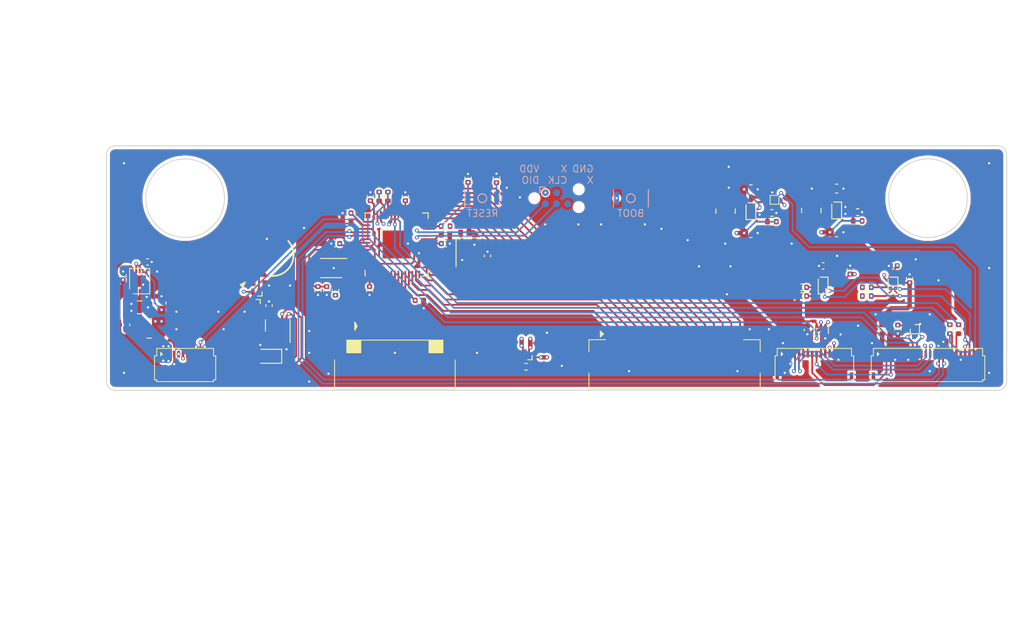
<source format=kicad_pcb>
(kicad_pcb (version 20221018) (generator pcbnew)
  (layers (0 "F.Cu" signal) (1 "In1.Cu" signal) (2 "In2.Cu" signal) (31 "B.Cu" signal) (34 "B.Paste" user) (35 "F.Paste" user) (36 "B.SilkS" user "B.Silkscreen") (37 "F.SilkS" user "F.Silkscreen") (38 "B.Mask" user) (39 "F.Mask" user) (44 "Edge.Cuts" user))
  (net 0 "")
  (net 1 "GND")
  (net 2 "3V3_BB2")
  (net 3 "VSYS")
  (net 4 "HVSYS")
  (net 5 "3V3_BB1")
  (net 6 "Net-(BT1-+)")
  (net 7 "/AD.DMICCLK")
  (net 8 "/AD.DMICIN")
  (net 9 "/AUX_R")
  (net 10 "/AUX_L")
  (net 11 "/CM4_I^{2}C_ID.SCL")
  (net 12 "/CM4_I^{2}C_ID.SDA")
  (net 13 "/EXT.D+")
  (net 14 "/EXT.D-")
  (net 15 "/HUB.D2+")
  (net 16 "/HUB.D2-")
  (net 17 "/M2.EN")
  (net 18 "/5V_~{EN}")
  (net 19 "/CM4_I^{2}C_0.SCL")
  (net 20 "/CM4_I^{2}C_0.SDA")
  (net 22 "Net-(J4-Pin_1)")
  (net 23 "Net-(J4-Pin_2)")
  (net 24 "Net-(J4-Pin_3)")
  (net 25 "Net-(J4-Pin_4)")
  (net 26 "Net-(J4-Pin_5)")
  (net 27 "Net-(J4-Pin_6)")
  (net 28 "Net-(J4-Pin_7)")
  (net 29 "Net-(J4-Pin_8)")
  (net 30 "Net-(J5-Pin_1)")
  (net 31 "Net-(J5-Pin_2)")
  (net 32 "Net-(J5-Pin_3)")
  (net 33 "Net-(J5-Pin_4)")
  (net 34 "Net-(J5-Pin_5)")
  (net 35 "Net-(J5-Pin_6)")
  (net 36 "Net-(J5-Pin_7)")
  (net 37 "Net-(J5-Pin_8)")
  (net 38 "Net-(J5-Pin_9)")
  (net 39 "Net-(J5-Pin_10)")
  (net 40 "Net-(J5-Pin_11)")
  (net 41 "Net-(J5-Pin_12)")
  (net 42 "Net-(J5-Pin_13)")
  (net 43 "Net-(J5-Pin_14)")
  (net 44 "Net-(J5-Pin_15)")
  (net 45 "Net-(J5-Pin_16)")
  (net 46 "/I2C_GPIO.P0")
  (net 47 "/FCM.MIC_SW")
  (net 48 "/FCM.ASL_INT")
  (net 50 "/FCM.CAM_SW")
  (net 55 "Net-(U1-VDD)")
  (net 56 "Net-(U4-BST)")
  (net 57 "Net-(U4-LX)")
  (net 58 "Net-(U4-BIAS)")
  (net 59 "Net-(U6-VOUT)")
  (net 60 "Net-(U9-VREG_VOUT)")
  (net 61 "Net-(U9-RUN)")
  (net 62 "Net-(U9-XIN)")
  (net 63 "Net-(U9-XOUT)")
  (net 66 "Net-(J6-SWDIO)")
  (net 68 "Net-(J6-SWCLK)")
  (net 70 "Net-(U2-LX1)")
  (net 71 "Net-(U2-LX2)")
  (net 72 "Net-(U6-LX1)")
  (net 73 "Net-(U6-LX2)")
  (net 74 "Net-(U2-FB)")
  (net 75 "Net-(U6-FB)")
  (net 76 "Net-(R7-Pad1)")
  (net 77 "Net-(U8-~{CS})")
  (net 78 "Net-(U9-GPIO24)")
  (net 79 "Net-(U9-GPIO25)")
  (net 80 "Net-(U9-GPIO26_ADC0)")
  (net 81 "Net-(U9-GPIO27_ADC1)")
  (net 82 "Net-(U1-OSCI)")
  (net 83 "Net-(U1-OSCO)")
  (net 89 "Net-(U2-EN)")
  (net 92 "Net-(U8-DO(IO1))")
  (net 93 "Net-(U8-IO2)")
  (net 94 "Net-(U8-DI(IO0))")
  (net 95 "Net-(U8-CLK)")
  (net 96 "Net-(U8-IO3)")
  (net 97 "Net-(R8-Pad1)")
  (net 98 "Net-(U4-OUT{slash}FB)")
  (net 99 "3V3")
  (net 100 "/FCM.ALS_SCL")
  (net 101 "/FCM.ALS_SDA")
  (net 102 "/SCL")
  (net 103 "/SDA")
  (net 104 "Net-(J1-Pad1)")
  (footprint "Capacitor_SMD:C_0603_1608Metric" (layer "F.Cu") (at 173.55 76.9)
    (fp_text reference "C10")
    (fp_text value "22uF")
  )
  (footprint "Capacitor_SMD:C_0402_1005Metric" (layer "F.Cu") (at 128.8 83.2 180)
    (fp_text reference "C22")
    (fp_text value "100nF")
  )
  (footprint "Capacitor_SMD:C_0402_1005Metric" (layer "F.Cu") (at 120.1 88.6 90)
    (fp_text reference "C20")
    (fp_text value "100nF")
  )
  (footprint "Capacitor_SMD:C_0402_1005Metric" (layer "F.Cu") (at 108.6 90.3 -90)
    (fp_text reference "C1")
    (fp_text value "100nF")
  )
  (footprint "Capacitor_SMD:C_0603_1608Metric" (layer "F.Cu") (at 96.3 90 90)
    (fp_text reference "C7")
    (fp_text value "22uF")
  )
  (footprint "Capacitor_SMD:C_0402_1005Metric" (layer "F.Cu") (at 116.2 83.2)
    (fp_text reference "C19")
    (fp_text value "100nF")
  )
  (footprint "Capacitor_SMD:C_0402_1005Metric" (layer "F.Cu") (at 125.8 89.7 180)
    (fp_text reference "C21")
    (fp_text value "100nF")
  )
  (footprint "Capacitor_SMD:C_0402_1005Metric" (layer "F.Cu") (at 91.9 86.8675 -90)
    (fp_text reference "C6")
    (fp_text value "100nF")
  )
  (footprint "Capacitor_SMD:C_0402_1005Metric" (layer "F.Cu") (at 131 81.9 180)
    (fp_text reference "C26")
    (fp_text value "15pF")
  )
  (footprint "Inductor_SMD:L_1008_2520Metric" (layer "F.Cu") (at 170.65 79.4 -90)
    (fp_text reference "L3")
    (fp_text value "1uH")
  )
  (footprint "Package_DFN_QFN:Diodes_DFN1006-3" (layer "F.Cu") (at 138 96 180)
    (fp_text reference "D3")
    (fp_text value "BAT54CM,315")
  )
  (footprint "Capacitor_SMD:C_0402_1005Metric" (layer "F.Cu") (at 181.9 87.2 -90)
    (fp_text reference "C30")
    (fp_text value "100nF")
  )
  (footprint "_Library:FH34SRJ-10S-0.5SH(50)" (layer "F.Cu") (at 99 99)
    (fp_text reference "J3")
    (fp_text value "FH34SRJ-10S-0.5SH(50)")
  )
  (footprint "Resistor_SMD:R_0402_1005Metric" (layer "F.Cu") (at 186.5 93 -90)
    (fp_text reference "R9")
    (fp_text value "1k")
  )
  (footprint "Resistor_SMD:R_0402_1005Metric" (layer "F.Cu") (at 187.5 93 -90)
    (fp_text reference "R10")
    (fp_text value "1k")
  )
  (footprint "Capacitor_SMD:C_0402_1005Metric" (layer "F.Cu") (at 115.2 88.6 90)
    (fp_text reference "C12")
    (fp_text value "2.2uF")
  )
  (footprint "Capacitor_SMD:C_0402_1005Metric" (layer "F.Cu") (at 114.2 88.6 90)
    (fp_text reference "C13")
    (fp_text value "100nF")
  )
  (footprint "Capacitor_SMD:C_0402_1005Metric" (layer "F.Cu") (at 133.6 84.6 -90)
    (fp_text reference "C25")
    (fp_text value "15pF")
  )
  (footprint "Resistor_SMD:R_0402_1005Metric" (layer "F.Cu") (at 177 89.2 180)
    (fp_text reference "R16")
    (fp_text value "4.7k")
  )
  (footprint "Resistor_SMD:R_0402_1005Metric" (layer "F.Cu") (at 178.75 93 90)
    (fp_text reference "R17")
    (fp_text value "0")
  )
  (footprint "Package_BGA:WLP-4_0.83x0.83mm_P0.4mm" (layer "F.Cu") (at 182.5 93)
    (fp_text reference "U7")
    (fp_text value "CAT24C32C5CTR")
  )
  (footprint "Capacitor_SMD:C_0402_1005Metric" (layer "F.Cu") (at 131.375 75.7 -90)
    (fp_text reference "C24")
    (fp_text value "100nF")
  )
  (footprint "Package_DFN_QFN:Diodes_DFN1006-3" (layer "F.Cu") (at 107.1 90.3 -90)
    (fp_text reference "D1")
    (fp_text value "BAT54CM,315")
  )
  (footprint "Capacitor_SMD:C_0402_1005Metric" (layer "F.Cu") (at 117.5 80.7)
    (fp_text reference "C14")
    (fp_text value "2.2uF")
  )
  (footprint "Capacitor_SMD:C_0402_1005Metric" (layer "F.Cu") (at 180.55 93 90)
    (fp_text reference "C23")
    (fp_text value "100nF")
  )
  (footprint "Resistor_SMD:R_0402_1005Metric" (layer "F.Cu") (at 166.1375 80.6875 180)
    (fp_text reference "R1")
    (fp_text value "511k")
  )
  (footprint "Crystal:Crystal_SMD_2520-4Pin_2.5x2.0mm" (layer "F.Cu") (at 131.4 84.2 -90)
    (fp_text reference "Y2")
    (fp_text value "12MHz")
  )
  (footprint "Resistor_SMD:R_0402_1005Metric" (layer "F.Cu") (at 128.8 81.2 180)
    (fp_text reference "R6")
    (fp_text value "511k")
  )
  (footprint "Inductor_SMD:L_1008_2520Metric" (layer "F.Cu") (at 94.875 92.9125)
    (fp_text reference "L2")
    (fp_text value "10uH")
  )
  (footprint "Package_BGA:Texas_DSBGA-8_0.705x1.468mm_Layout2x4_P0.4mm" (layer "F.Cu") (at 172 88)
    (fp_text reference "U10")
    (fp_text value "PCA9306YZTR")
  )
  (footprint "Capacitor_SMD:C_0402_1005Metric" (layer "F.Cu") (at 175.1 86.2 -90)
    (fp_text reference "C28")
    (fp_text value "100nF")
  )
  (footprint "Resistor_SMD:R_0402_1005Metric" (layer "F.Cu") (at 177 88.2 180)
    (fp_text reference "R15")
    (fp_text value "4.7k")
  )
  (footprint "Resistor_SMD:R_0402_1005Metric" (layer "F.Cu") (at 122.2 77.8 90)
    (fp_text reference "R11")
    (fp_text value "1k")
  )
  (footprint "_Library:FH34SRJ-14S-0.5SH(50)" (layer "F.Cu") (at 171 99)
    (fp_text reference "J2")
    (fp_text value "FH34SRJ-14S-0.5SH(50)")
  )
  (footprint "Resistor_SMD:R_0402_1005Metric" (layer "F.Cu") (at 138 97.3 180)
    (fp_text reference "R3")
    (fp_text value "0")
  )
  (footprint "Capacitor_SMD:C_0603_1608Metric" (layer "F.Cu") (at 173.55 81.9)
    (fp_text reference "C11")
    (fp_text value "47uF")
  )
  (footprint "Resistor_SMD:R_0402_1005Metric" (layer "F.Cu") (at 121.2 77.8 90)
    (fp_text reference "R12")
    (fp_text value "1k")
  )
  (footprint "Capacitor_SMD:C_0402_1005Metric" (layer "F.Cu") (at 124.2 77.8 -90)
    (fp_text reference "C18")
    (fp_text value "100nF")
  )
  (footprint "Resistor_SMD:R_0402_1005Metric" (layer "F.Cu") (at 175.95 79.6)
    (fp_text reference "R5")
    (fp_text value "91k")
  )
  (footprint "Capacitor_SMD:C_0402_1005Metric" (layer "F.Cu") (at 180 85.75)
    (fp_text reference "C29")
    (fp_text value "100nF")
  )
  (footprint "_Library:XH414HG-IV01E" (layer "F.Cu") (at 109 84.5 180)
    (fp_text reference "BT1")
    (fp_text value "XH414HG-IV01E")
  )
  (footprint "Capacitor_SMD:C_0805_2012Metric" (layer "F.Cu") (at 93.8 90.5)
    (fp_text reference "C5")
    (fp_text value "4.7uF")
  )
  (footprint "Resistor_SMD:R_0402_1005Metric" (layer "F.Cu") (at 169.6 88.2 180)
    (fp_text reference "R13")
    (fp_text value "4.7k")
  )
  (footprint "Capacitor_SMD:C_0402_1005Metric" (layer "F.Cu") (at 128.8 82.2 180)
    (fp_text reference "C15")
    (fp_text value "100nF")
  )
  (footprint "Resistor_SMD:R_0402_1005Metric" (layer "F.Cu") (at 116.2 88.6 90)
    (fp_text reference "R8")
    (fp_text value "1k")
  )
  (footprint "Package_BGA:Texas_DSBGA-8_0.705x1.468mm_Layout2x4_P0.4mm" (layer "F.Cu") (at 163.7375 79.4875)
    (fp_text reference "U2")
    (fp_text value "TPS631010YBGR")
  )
  (footprint "Capacitor_SMD:C_0402_1005Metric" (layer "F.Cu") (at 117.5 79.7)
    (fp_text reference "C16")
    (fp_text value "2.2uF")
  )
  (footprint "Capacitor_SMD:C_0603_1608Metric" (layer "F.Cu") (at 163.7375 76.9875)
    (fp_text reference "C2")
    (fp_text value "22uF")
  )
  (footprint "_Library:FH12-16S-1SH(55)" (layer "F.Cu") (at 155 96.8)
    (fp_text reference "J5")
    (fp_text value "FH12-16S-1SH(55)")
  )
  (footprint "Resistor_SMD:R_0402_1005Metric" (layer "F.Cu") (at 134.625 75.7 90)
    (fp_text reference "R7")
    (fp_text value "1k")
  )
  (footprint "_Library:TCA9536ADTMR" (layer "F.Cu") (at 171.75 93.1 90)
    (fp_text reference "U5")
    (fp_text value "TCA9536ADTMR")
  )
  (footprint "Inductor_SMD:L_1008_2520Metric" (layer "F.Cu") (at 160.8375 79.4875 -90)
    (fp_text reference "L1")
    (fp_text value "1uH")
  )
  (footprint "_Library:SN74LVC1G06YZVR" (layer "F.Cu") (at 166.4375 78.1875 -90)
    (fp_text reference "U3")
    (fp_text value "SN74LVC1G06YZVR")
  )
  (footprint "Capacitor_SMD:C_0603_1608Metric" (layer "F.Cu") (at 163.7375 81.9875)
    (fp_text reference "C3")
    (fp_text value "47uF")
  )
  (footprint "_Library:522070833" (layer "F.Cu") (at 123 92.7)
    (fp_text reference "J4")
    (fp_text value "522070833")
  )
  (footprint "Package_DFN_QFN:QFN-56-1EP_7x7mm_P0.4mm_EP3.2x3.2mm" (layer "F.Cu") (at 123.2 83.3 90)
    (fp_text reference "U9")
    (fp_text value "RP2040")
  )
  (footprint "Capacitor_SMD:C_0402_1005Metric" (layer "F.Cu") (at 92.3 92.5 -90)
    (fp_text reference "C4")
    (fp_text value "100nF")
  )
  (footprint "Capacitor_SMD:C_0402_1005Metric" (layer "F.Cu") (at 94.7 85.3)
    (fp_text reference "C8")
    (fp_text value "1uF")
  )
  (footprint "Crystal:Crystal_SMD_2012-2Pin_2.0x1.2mm" (layer "F.Cu") (at 108.85 96.1 180)
    (fp_text reference "Y1")
    (fp_text value "FC-12M32.768KHZ7PF20PPM")
  )
  (footprint "Resistor_SMD:R_0402_1005Metric" (layer "F.Cu") (at 166.1375 79.6875)
    (fp_text reference "R2")
    (fp_text value "91k")
  )
  (footprint "Package_DFN_QFN:DFN-10-1EP_2.6x2.6mm_P0.5mm_EP1.3x2.2mm" (layer "F.Cu") (at 109.6 93.2175 90)
    (fp_text reference "U1")
    (fp_text value "PCF85063ATL")
  )
  (footprint "_Library:W25Q16JVUXIQ" (layer "F.Cu") (at 116 86 90)
    (fp_text reference "U8")
    (fp_text value "W25Q16JVUXIQ")
  )
  (footprint "Capacitor_SMD:C_0402_1005Metric" (layer "F.Cu") (at 170.2 93.1 90)
    (fp_text reference "C9")
    (fp_text value "100nF")
  )
  (footprint "_Library:MAX77596ETBB+T" (layer "F.Cu") (at 93.8 87.5)
    (fp_text reference "U4")
    (fp_text value "MAX77596ETBB+")
  )
  (footprint "Capacitor_SMD:C_0402_1005Metric" (layer "F.Cu") (at 120.2 77.8 -90)
    (fp_text reference "C17")
    (fp_text value "100nF")
  )
  (footprint "Package_BGA:Texas_DSBGA-8_0.705x1.468mm_Layout2x4_P0.4mm" (layer "F.Cu") (at 173.55 79.4)
    (fp_text reference "U6")
    (fp_text value "TPS631010YBGR")
  )
  (footprint "_Library:FH34SRJ-22S-0.5SH(50)" (layer "F.Cu") (at 184 99)
    (fp_text reference "J1")
    (fp_text value "FH34SRJ-22S-0.5SH(50)")
  )
  (footprint "Resistor_SMD:R_0402_1005Metric" (layer "F.Cu") (at 169.6 89.2 180)
    (fp_text reference "R14")
    (fp_text value "4.7k")
  )
  (footprint "Resistor_SMD:R_0402_1005Metric" (layer "F.Cu") (at 175.95 80.6 180)
    (fp_text reference "R4")
    (fp_text value "511k")
  )
  (footprint "_Library:Diodes_DFN1006-2" (layer "F.Cu") (at 107.1 88.7 180)
    (fp_text reference "D2")
    (fp_text value "BAS70L,315")
  )
  (footprint "Package_BGA:Texas_DSBGA-8_0.705x1.468mm_Layout2x4_P0.4mm" (layer "F.Cu") (at 180 88)
    (fp_text reference "U11")
    (fp_text value "PCA9306YZTR")
  )
  (footprint "Capacitor_SMD:C_0402_1005Metric" (layer "F.Cu") (at 172 85.75)
    (fp_text reference "C27")
    (fp_text value "100nF")
  )
  (footprint "_Library:EVPAWBA2A" (layer "B.Cu") (at 150 78)
    (fp_text reference "SW2")
    (fp_text value " EVPAWBD4A")
  )
  (footprint "_Library:EVPAWBA2A" (layer "B.Cu") (at 133 78 180)
    (fp_text reference "SW1")
    (fp_text value " EVPAWBD4A")
  )
  (footprint "_Library:TC2030-NL" (layer "B.Cu") (at 141.5 78)
    (fp_text reference "J6")
    (fp_text value "TC2030-NL")
  )
  (gr_arc (start 90 73) (mid 90.292893 72.292893) (end 91 72) (stroke (width 0.1)) (layer "Edge.Cuts"))
  (gr_circle (center 184 78) (end 188.5 78) (stroke (width 0.1)) (fill none) (layer "Edge.Cuts"))
  (gr_line (start 90 99) (end 90 73) (stroke (width 0.1)) (layer "Edge.Cuts"))
  (gr_arc (start 192 72) (mid 192.707107 72.292893) (end 193 73) (stroke (width 0.1)) (layer "Edge.Cuts"))
  (gr_circle (center 99 78) (end 103.5 78) (stroke (width 0.1)) (fill none) (layer "Edge.Cuts"))
  (gr_line (start 193 73) (end 193 99) (stroke (width 0.1)) (layer "Edge.Cuts"))
  (gr_arc (start 91 100) (mid 90.292893 99.707107) (end 90 99) (stroke (width 0.1)) (layer "Edge.Cuts"))
  (gr_line (start 91 72) (end 192 72) (stroke (width 0.1)) (layer "Edge.Cuts"))
  (gr_arc (start 193 99) (mid 192.707107 99.707107) (end 192 100) (stroke (width 0.1)) (layer "Edge.Cuts"))
  (gr_line (start 192 100) (end 91 100) (stroke (width 0.1)) (layer "Edge.Cuts"))
  (gr_text "RESET" (at 134.9 80.2) (layer "B.SilkS") (effects (font (size 0.8 0.8) (thickness 0.1)) (justify left bottom mirror)))
  (gr_text "GND	X	VDD\nX	CLK	DIO" (at 145.8 76.4) (layer "B.SilkS") (effects (font (size 0.8 0.8) (thickness 0.1)) (justify left bottom mirror)))
  (gr_text "BOOT" (at 151.6 80.2) (layer "B.SilkS") (effects (font (size 0.8 0.8) (thickness 0.1)) (justify left bottom mirror)))
  (segment (start 164.3375 79.6875) (end 163.9375 79.6875) (width 0.12) (layer "F.Cu") (net 1))
  (segment (start 184.75 95.35) (end 184.75 95.85) (width 0.2) (layer "F.Cu") (net 1))
  (segment (start 100.25 95) (end 100.25 95.85) (width 0.2) (layer "F.Cu") (net 1))
  (segment (start 94.2 88.6125) (end 94.2 87.9) (width 0.12) (layer "F.Cu") (net 1))
  (segment (start 164.5375 79.6875) (end 164.3375 79.6875) (width 0.2) (layer "F.Cu") (net 1))
  (segment (start 173.75 79.2) (end 174.15 79.2) (width 0.12) (layer "F.Cu") (net 1))
  (segment (start 174.55 79) (end 174.35 79.2) (width 0.2) (layer "F.Cu") (net 1))
  (segment (start 180.25 95.85) (end 180.25 96.5) (width 0.2) (layer "F.Cu") (net 1))
  (segment (start 179.8 86.03) (end 179.8 87.4) (width 0.2) (layer "F.Cu") (net 1))
  (segment (start 173.75 95.85) (end 173.75 96.5) (width 0.2) (layer "F.Cu") (net 1))
  (segment (start 185.2 94.9) (end 184.75 95.35) (width 0.2) (layer "F.Cu") (net 1))
  (segment (start 97.75 95.85) (end 97.75 97) (width 0.2) (layer "F.Cu") (net 1))
  (segment (start 131.48 81.9) (end 132.1 82.52) (width 0.2) (layer "F.Cu") (net 1))
  (segment (start 174.35 79.2) (end 174.15 79.2) (width 0.2) (layer "F.Cu") (net 1))
  (segment (start 181.75 96.5) (end 181.75 95.85) (width 0.2) (layer "F.Cu") (net 1))
  (segment (start 179.52 85.75) (end 179.8 86.03) (width 0.2) (layer "F.Cu") (net 1))
  (segment (start 171.8 86.03) (end 171.8 87.4) (width 0.2) (layer "F.Cu") (net 1))
  (segment (start 184.2 97.8) (end 183.25 96.85) (width 0.2) (layer "F.Cu") (net 1))
  (segment (start 186.25 94.95) (end 185.75 94.45) (width 0.2) (layer "F.Cu") (net 1))
  (segment (start 117.02 80.7) (end 117.02 79.7) (width 0.2) (layer "F.Cu") (net 1))
  (segment (start 173.75 79.6) (end 174.15 79.6) (width 0.12) (layer "F.Cu") (net 1))
  (segment (start 164.7375 79.8875) (end 164.715754 79.909246) (width 0.12) (layer "F.Cu") (net 1))
  (segment (start 187.75 95.85) (end 187.75 96.5) (width 0.2) (layer "F.Cu") (net 1))
  (segment (start 132.1 82.52) (end 132.1 83.325) (width 0.2) (layer "F.Cu") (net 1))
  (segment (start 164.7375 79.8875) (end 164.5375 79.6875) (width 0.2) (layer "F.Cu") (net 1))
  (segment (start 166.1875 77.9375) (end 166.1875 77.3375) (width 0.12) (layer "F.Cu") (net 1))
  (segment (start 168.25 95.85) (end 168.25 96.95) (width 0.2) (layer "F.Cu") (net 1))
  (segment (start 126.3 90.6) (end 126.28 90.58) (width 0.2) (layer "F.Cu") (net 1))
  (segment (start 183.1 92.4) (end 182.7 92.8) (width 0.12) (layer "F.Cu") (net 1))
  (segment (start 126.6375 84.3) (end 125.75 84.3) (width 0.2) (layer "F.Cu") (net 1))
  (segment (start 186.25 95.85) (end 186.25 94.95) (width 0.2) (layer "F.Cu") (net 1))
  (segment (start 171.52 85.75) (end 171.8 86.03) (width 0.2) (layer "F.Cu") (net 1))
  (segment (start 166.1875 77.3375) (end 166.1875 77.2875) (width 0.12) (layer "F.Cu") (net 1))
  (segment (start 172.25 94.05) (end 172.25 93.5) (width 0.2) (layer "F.Cu") (net 1))
  (segment (start 126.28 90.58) (end 126.28 89.7) (width 0.2) (layer "F.Cu") (net 1))
  (segment (start 129.28 83.2) (end 129.28 82.2) (width 0.2) (layer "F.Cu") (net 1))
  (segment (start 94.6 88.6125) (end 94.6 89.3) (width 0.12) (layer "F.Cu") (net 1))
  (segment (start 174.35 79.6) (end 174.15 79.6) (width 0.2) (layer "F.Cu") (net 1))
  (segment (start 110.6 95.3) (end 110.6 94.4925) (width 0.2) (layer "F.Cu") (net 1))
  (segment (start 174.55 79.8) (end 174.35 79.6) (width 0.2) (layer "F.Cu") (net 1))
  (segment (start 101.25 95) (end 101.25 95.85) (width 0.2) (layer "F.Cu") (net 1))
  (segment (start 183.25 96.85) (end 183.25 95.85) (width 0.2) (layer "F.Cu") (net 1))
  (via (at 116 86) (size 0.45) (drill 0.25) (layers "F.Cu" "B.Cu") (net 1))
  (via (at 108.35 82.65) (size 0.45) (drill 0.25) (layers "F.Cu" "B.Cu") (net 1))
  (via (at 157.8 85.8) (size 0.45) (drill 0.25) (layers "F.Cu" "B.Cu") (net 1))
  (via (at 113.2 95.7) (size 0.45) (drill 0.25) (layers "F.Cu" "B.Cu") (net 1))
  (via (at 179.52 85.75) (size 0.45) (drill 0.25) (layers "F.Cu" "B.Cu") (net 1))
  (via (at 92 74) (size 0.45) (drill 0.25) (layers "F.Cu" "B.Cu") (net 1))
  (via (at 124.5 83.2) (size 0.45) (drill 0.25) (layers "F.Cu" "B.Cu") (net 1))
  (via (at 191 98) (size 0.45) (drill 0.25) (layers "F.Cu" "B.Cu") (net 1))
  (via (at 176 92.6) (size 0.45) (drill 0.25) (layers "F.Cu" "B.Cu") (net 1))
  (via (at 184.2 97.8) (size 0.45) (drill 0.25) (layers "F.Cu" "B.Cu") (net 1))
  (via (at 151.6 81) (size 0.45) (drill 0.25) (layers "F.Cu" "B.Cu") (net 1))
  (via (at 113.2 99) (size 0.45) (drill 0.25) (layers "F.Cu" "B.Cu") (net 1))
  (via (at 140.2 81) (size 0.45) (drill 0.25) (layers "F.Cu" "B.Cu") (net 1))
  (via (at 164.5125 81.9875) (size 0.45) (drill 0.25) (layers "F.Cu" "B.Cu") (net 1))
  (via (at 97.75 97) (size 0.45) (drill 0.25) (layers "F.Cu" "B.Cu") (net 1))
  (via (at 146.6 81) (size 0.45) (drill 0.25) (layers "F.Cu" "B.Cu") (net 1))
  (via (at 165.8 93) (size 0.45) (drill 0.25) (layers "F.Cu" "B.Cu") (net 1))
  (via (at 94.6 89.3) (size 0.45) (drill 0.25) (layers "F.Cu" "B.Cu") (net 1))
  (via (at 110.6 95.3) (size 0.45) (drill 0.25) (layers "F.Cu" "B.Cu") (net 1))
  (via (at 105.8 91) (size 0.45) (drill 0.25) (layers "F.Cu" "B.Cu") (net 1))
  (via (at 180.25 96.5) (size 0.45) (drill 0.25) (layers "F.Cu" "B.Cu") (net 1))
  (via (at 125.75 84.3) (size 0.45) (drill 0.25) (layers "F.Cu" "B.Cu") (net 1))
  (via (at 178 91.3) (size 0.45) (drill 0.25) (layers "F.Cu" "B.Cu") (net 1))
  (via (at 173.75 96.5) (size 0.45) (drill 0.25) (layers "F.Cu" "B.Cu") (net 1))
  (via (at 129.28 83.2) (size 0.45) (drill 0.25) (layers "F.Cu" "B.Cu") (net 1))
  (via (at 163.6 93) (size 0.45) (drill 0.25) (layers "F.Cu" "B.Cu") (net 1))
  (via (at 111 88) (size 0.45) (drill 0.25) (layers "F.Cu" "B.Cu") (net 1))
  (via (at 182.6 85) (size 0.45) (drill 0.25) (layers "F.Cu" "B.Cu") (net 1))
  (via (at 168.4 83.2) (size 0.45) (drill 0.25) (layers "F.Cu" "B.Cu") (net 1))
  (via (at 100.25 95) (size 0.45) (drill 0.25) (layers "F.Cu" "B.Cu") (net 1))
  (via (at 181.9 86.72) (size 0.45) (drill 0.25) (layers "F.Cu" "B.Cu") (net 1))
  (via (at 103.4 93) (size 0.45) (drill 0.25) (layers "F.Cu" "B.Cu") (net 1))
  (via (at 101.25 95) (size 0.45) (drill 0.25) (layers "F.Cu" "B.Cu") (net 1))
  (via (at 108.6 88) (size 0.45) (drill 0.25) (layers "F.Cu" "B.Cu") (net 1))
  (via (at 161.2 74.4) (size 0.45) (drill 0.25) (layers "F.Cu" "B.Cu") (net 1))
  (via (at 120.1 89.08) (size 0.45) (drill 0.25) (layers "F.Cu" "B.Cu") (net 1))
  (via (at 94.2 87.9) (size 0.45) (drill 0.25) (layers "F.Cu" "B.Cu") (net 1))
  (via (at 108.6 89.82) (size 0.45) (drill 0.25) (layers "F.Cu" "B.Cu") (net 1))
  (via (at 95.8 86.4) (size 0.45) (drill 0.25) (layers "F.Cu" "B.Cu") (net 1))
  (via (at 160.8 83.2) (size 0.45) (drill 0.25) (layers "F.Cu" "B.Cu") (net 1))
  (via (at 115.4 98.1) (size 0.45) (drill 0.25) (layers "F.Cu" "B.Cu") (net 1))
  (via (at 170.2 93.58) (size 0.45) (drill 0.25) (layers "F.Cu" "B.Cu") (net 1))
  (via (at 98 91) (size 0.45) (drill 0.25) (layers "F.Cu" "B.Cu") (net 1))
  (via (at 185.2 87.4) (size 0.45) (drill 0.25) (layers "F.Cu" "B.Cu") (net 1))
  (via (at 180.55 93.48) (size 0.45) (drill 0.25) (layers "F.Cu" "B.Cu") (net 1))
  (via (at 174 93.6) (size 0.45) (drill 0.25) (layers "F.Cu" "B.Cu") (net 1))
  (via (at 183.1 92.4) (size 0.45) (drill 0.25) (layers "F.Cu" "B.Cu") (net 1))
  (via (at 156.5 82.8) (size 0.45) (drill 0.25) (layers "F.Cu" "B.Cu") (net 1))
  (via (at 177.6 94.6) (size 0.45) (drill 0.25) (layers "F.Cu" "B.Cu") (net 1))
  (via (at 174.55 79) (size 0.45) (drill 0.25) (layers "F.Cu" "B.Cu") (net 1))
  (via (at 92 98) (size 0.45) (drill 0.25) (layers "F.Cu" "B.Cu") (net 1))
  (via (at 96.3 89.225) (size 0.45) (drill 0.25) (layers "F.Cu" "B.Cu") (net 1))
  (via (at 173.6 84.6) (size 0.45) (drill 0.25) (layers "F.Cu" "B.Cu") (net 1))
  (via (at 185.75 94.45) (size 0.45) (drill 0.25) (layers "F.Cu" "B.Cu") (net 1))
  (via (at 113.2 93.2) (size 0.45) (drill 0.25) (layers "F.Cu" "B.Cu") (net 1))
  (via (at 167.4 94.6) (size 0.45) (drill 0.25) (layers "F.Cu" "B.Cu") (net 1))
  (via (at 191 86) (size 0.45) (drill 0.25) (layers "F.Cu" "B.Cu") (net 1))
  (via (at 137.3 77.9) (size 0.45) (drill 0.25) (layers "F.Cu" "B.Cu") (net 1))
  (via (at 191 74) (size 0.45) (drill 0.25) (layers "F.Cu" "B.Cu") (net 1))
  (via (at 162.2 97.8) (size 0.45) (drill 0.25) (layers "F.Cu" "B.Cu") (net 1))
  (via (at 166.6475 79.6875) (size 0.45) (drill 0.25) (layers "F.Cu" "B.Cu") (net 1))
  (via (at 174.325 81.9) (size 0.45) (drill 0.25) (layers "F.Cu" "B.Cu") (net 1))
  (via (at 174.55 79.8) (size 0.45) (drill 0.25) (layers "F.Cu" "B.Cu") (net 1))
  (via (at 115.72 83.2) (size 0.45) (drill 0.25) (layers "F.Cu" "B.Cu") (net 1))
  (via (at 98 93) (size 0.45) (drill 0.25) (layers "F.Cu" "B.Cu") (net 1))
  (via (at 187.75 96.5) (size 0.45) (drill 0.25) (layers "F.Cu" "B.Cu") (net 1))
  (via (at 170.7 76.9) (size 0.45) (drill 0.25) (layers "F.Cu" "B.Cu") (net 1))
  (via (at 114.2 89.08) (size 0.45) (drill 0.25) (layers "F.Cu" "B.Cu") (net 1))
  (via (at 142.1 97.2) (size 0.45) (drill 0.25) (layers "F.Cu" "B.Cu") (net 1))
  (via (at 115.2 89.08) (size 0.45) (drill 0.25) (layers "F.Cu" "B.Cu") (net 1))
  (via (at 175.1 85.72) (size 0.45) (drill 0.25) (layers "F.Cu" "B.Cu") (net 1))
  (via (at 120.2 77.32) (size 0.45) (drill 0.25) (layers "F.Cu" "B.Cu") (net 1))
  (via (at 161.2 76.8) (size 0.45) (drill 0.25) (layers "F.Cu" "B.Cu") (net 1))
  (via (at 133.6 84.12) (size 0.45) (drill 0.25) (layers "F.Cu" "B.Cu") (net 1))
  (via (at 131.375 75.22) (size 0.45) (drill 0.25) (layers "F.Cu" "B.Cu") (net 1))
  (via (at 184.2 91.3) (size 0.45) (drill 0.25) (layers "F.Cu" "B.Cu") (net 1))
  (via (at 140.4 93.4) (size 0.45) (drill 0.25) (layers "F.Cu" "B.Cu") (net 1))
  (via (at 176.46 79.6) (size 0.45) (drill 0.25) (layers "F.Cu" "B.Cu") (net 1))
  (via (at 102.8 91) (size 0.45) (drill 0.25) (layers "F.Cu" "B.Cu") (net 1))
  (via (at 161 89) (size 0.45) (drill 0.25) (layers "F.Cu" "B.Cu") (net 1))
  (via (at 123 95.7) (size 0.45) (drill 0.25) (layers "F.Cu" "B.Cu") (net 1))
  (via (at 130.7 85.075) (size 0.45) (drill 0.25) (layers "F.Cu" "B.Cu") (net 1))
  (via (at 124.2 77.32) (size 0.45) (drill 0.25) (layers "F.Cu" "B.Cu") (net 1))
  (via (at 161.4 85.8) (size 0.45) (drill 0.25) (layers "F.Cu" "B.Cu") (net 1))
  (via (at 135.8 76.8) (size 0.45) (drill 0.25) (layers "F.Cu" "B.Cu") (net 1))
  (via (at 149.8 97.8) (size 0.45) (drill 0.25) (layers "F.Cu" "B.Cu") (net 1))
  (via (at 181.75 96.5) (size 0.45) (drill 0.25) (layers "F.Cu" "B.Cu") (net 1))
  (via (at 91.9 87.3475) (size 0.45) (drill 0.25) (layers "F.Cu" "B.Cu") (net 1))
  (via (at 132.4 95.7) (size 0.45) (drill 0.25) (layers "F.Cu" "B.Cu") (net 1))
  (via (at 167.6 98) (size 0.45) (drill 0.25) (layers "F.Cu" "B.Cu") (net 1))
  (via (at 166.1875 77.3375) (size 0.45) (drill 0.25) (layers "F.Cu" "B.Cu") (net 1))
  (via (at 117.02 79.7) (size 0.45) (drill 0.25) (layers "F.Cu" "B.Cu") (net 1))
  (via (at 164.7375 79.8875) (size 0.45) (drill 0.25) (layers "F.Cu" "B.Cu") (net 1))
  (via (at 112.6 81.4) (size 0.45) (drill 0.25) (layers "F.Cu" "B.Cu") (net 1))
  (via (at 94.75 90.5) (size 0.45) (drill 0.25) (layers "F.Cu" "B.Cu") (net 1))
  (via (at 164.5125 76.9875) (size 0.45) (drill 0.25) (layers "F.Cu" "B.Cu") (net 1))
  (via (at 174.325 76.9) (size 0.45) (drill 0.25) (layers "F.Cu" "B.Cu") (net 1))
  (via (at 168.25 96.95) (size 0.45) (drill 0.25) (layers "F.Cu" "B.Cu") (net 1))
  (via (at 134.625 75.19) (size 0.45) (drill 0.25) (layers "F.Cu" "B.Cu") (net 1))
  (via (at 185.2 94.9) (size 0.45) (drill 0.25) (layers "F.Cu" "B.Cu") (net 1))
  (via (at 171.52 85.75) (size 0.45) (drill 0.25) (layers "F.Cu" "B.Cu") (net 1))
  (via (at 153.5 81.5) (size 0.45) (drill 0.25) (layers "F.Cu" "B.Cu") (net 1))
  (via (at 126.3 90.6) (size 0.45) (drill 0.25) (layers "F.Cu" "B.Cu") (net 1))
  (via (at 107.6 94.8) (size 0.45) (drill 0.25) (layers "F.Cu" "B.Cu") (net 1))
  (via (at 144 81) (size 0.45) (drill 0.25) (layers "F.Cu" "B.Cu") (net 1))
  (via (at 172.25 94.05) (size 0.45) (drill 0.25) (layers "F.Cu" "B.Cu") (net 1))
  (via (at 95.18 85.3) (size 0.45) (drill 0.25) (layers "F.Cu" "B.Cu") (net 1))
  (via (at 132.1 83.325) (size 0.45) (drill 0.25) (layers "F.Cu" "B.Cu") (net 1))
  (segment (start 180.2 86.03) (end 180.5 85.73) (width 0.2) (layer "F.Cu") (net 2))
  (segment (start 117.98 79.7) (end 119.38 81.1) (width 0.2) (layer "F.Cu") (net 2))
  (segment (start 120.6 78.68) (end 120.6 79.8625) (width 0.2) (layer "F.Cu") (net 2))
  (segment (start 166.6875 78.4375) (end 167.0125 78.4375) (width 0.12) (layer "F.Cu") (net 2))
  (segment (start 137.65 95.05) (end 137.5 94.9) (width 0.2) (layer "F.Cu") (net 2))
  (segment (start 179.379289 87.520711) (end 179.658578 87.8) (width 0.12) (layer "F.Cu") (net 2))
  (segment (start 119.7625 83.1) (end 118.8 83.1) (width 0.2) (layer "F.Cu") (net 2))
  (segment (start 106.75 88.7) (end 106.75 89.25) (width 0.2) (layer "F.Cu") (net 2))
  (segment (start 116.68 83.2) (end 116.88 83.4) (width 0.2) (layer "F.Cu") (net 2))
  (segment (start 119.7625 80.7) (end 120.3 80.7) (width 0.2) (layer "F.Cu") (net 2))
  (segment (start 179 87.141422) (end 179 86.8) (width 0.2) (layer "F.Cu") (net 2))
  (segment (start 181.92 92.57) (end 180.55 92.57) (width 0.2) (layer "F.Cu") (net 2))
  (segment (start 137.65 97.14) (end 137.49 97.3) (width 0.2) (layer "F.Cu") (net 2))
  (segment (start 116.88 83.4) (end 118.5 83.4) (width 0.2) (layer "F.Cu") (net 2))
  (segment (start 181.92 92.57) (end 182.07 92.57) (width 0.12) (layer "F.Cu") (net 2))
  (segment (start 125.32 89.7) (end 125.32 89.7) (width 0.2) (layer "F.Cu") (net 2))
  (segment (start 106.75 88.7) (end 105.7 88.7) (width 0.2) (layer "F.Cu") (net 2))
  (segment (start 124.2 88.58) (end 124.2 86.7375) (width 0.2) (layer "F.Cu") (net 2))
  (segment (start 137.65 96) (end 137.65 95.05) (width 0.2) (layer "F.Cu") (net 2))
  (segment (start 127.8 83.1) (end 126.6375 83.1) (width 0.2) (layer "F.Cu") (net 2))
  (segment (start 119.38 81.1) (end 119.7625 81.1) (width 0.2) (layer "F.Cu") (net 2))
  (segment (start 120.2 78.28) (end 120.2 78.28) (width 0.2) (layer "F.Cu") (net 2))
  (segment (start 120.3 80.7) (end 120.6 80.4) (width 0.2) (layer "F.Cu") (net 2))
  (segment (start 128.22 83.4) (end 128.32 83.3) (width 0.2) (layer "F.Cu") (net 2))
  (segment (start 106.8 89.3) (end 106.875 89.375) (width 0.2) (layer "F.Cu") (net 2))
  (segment (start 119.7625 82.7) (end 119.2 82.7) (width 0.2) (layer "F.Cu") (net 2))
  (segment (start 180.5 85.73) (end 180.5 85.7) (width 0.2) (layer "F.Cu") (net 2))
  (segment (start 113.82 88.12) (end 113.6 87.9) (width 0.2) (layer "F.Cu") (net 2))
  (segment (start 180.5 85.7) (end 180.53 85.7) (width 0.2) (layer "F.Cu") (net 2))
  (segment (start 120.2 78.28) (end 120.6 78.68) (width 0.2) (layer "F.Cu") (net 2))
  (segment (start 120.1 88.12) (end 120.1 87.7) (width 0.2) (layer "F.Cu") (net 2))
  (segment (start 117.98 79.7) (end 117.98 79.7) (width 0.2) (layer "F.Cu") (net 2))
  (segment (start 114.2 88.12) (end 115.2 88.12) (width 0.2) (layer "F.Cu") (net 2))
  (segment (start 113.9 86.75) (end 114.55 86.75) (width 0.2) (layer "F.Cu") (net 2))
  (segment (start 179.658578 87.8) (end 179.8 87.8) (width 0.12) (layer "F.Cu") (net 2))
  (segment (start 182.3 92.8) (end 182.3 92.85) (width 0.12) (layer "F.Cu") (net 2))
  (segment (start 180.53 85.7) (end 180.48 85.75) (width 0.2) (layer "F.Cu") (net 2))
  (segment (start 128.32 83.3) (end 128.32 83.2) (width 0.2) (layer "F.Cu") (net 2))
  (segment (start 180.2 87.4) (end 180.2 86.03) (width 0.2) (layer "F.Cu") (net 2))
  (segment (start 137.65 96) (end 137.65 97.14) (width 0.2) (layer "F.Cu") (net 2))
  (segment (start 120.6 80.4) (end 120.6 79.8625) (width 0.2) (layer "F.Cu") (net 2))
  (segment (start 118.5 83.4) (end 118.8 83.1) (width 0.2) (layer "F.Cu") (net 2))
  (segment (start 127.9 83.2) (end 127.8 83.1) (width 0.2) (layer "F.Cu") (net 2))
  (segment (start 106.875 89.375) (end 106.875 89.95) (width 0.2) (layer "F.Cu") (net 2))
  (segment (start 125.32 89.7) (end 124.2 88.58) (width 0.2) (layer "F.Cu") (net 2))
  (segment (start 120.6 87.2) (end 120.6 86.7375) (width 0.2) (layer "F.Cu") (net 2))
  (segment (start 124.2 78.28) (end 124.2 79.8625) (width 0.2) (layer "F.Cu") (net 2))
  (segment (start 113.6 87.05) (end 113.9 86.75) (width 0.2) (layer "F.Cu") (net 2))
  (segment (start 179.379289 87.520711) (end 179 87.141422) (width 0.2) (layer "F.Cu") (net 2))
  (segment (start 106.75 89.25) (end 106.8 89.3) (width 0.2) (layer "F.Cu") (net 2))
  (segment (start 113.6 87.9) (end 113.6 87.05) (width 0.2) (layer "F.Cu") (net 2))
  (segment (start 167.2375 78.4375) (end 167.5875 78.7875) (width 0.2) (layer "F.Cu") (net 2))
  (segment (start 182.07 92.57) (end 182.3 92.8) (width 0.12) (layer "F.Cu") (net 2))
  (segment (start 137.5 94.1) (end 137.5 94.9) (width 0.5) (layer "F.Cu") (net 2))
  (segment (start 114.2 88.12) (end 113.82 88.12) (width 0.2) (layer "F.Cu") (net 2))
  (segment (start 167.0125 78.4375) (end 167.2375 78.4375) (width 0.2) (layer "F.Cu") (net 2))
  (segment (start 120.1 87.7) (end 120.6 87.2) (width 0.2) (layer "F.Cu") (net 2))
  (segment (start 128.32 83.2) (end 127.9 83.2) (width 0.2) (layer "F.Cu") (net 2))
  (segment (start 119.2 82.7) (end 118.8 83.1) (width 0.2) (layer "F.Cu") (net 2))
  (via (at 128.32 83.2) (size 0.45) (drill 0.25) (layers "F.Cu" "B.Cu") (net 2))
  (via (at 124.2 78.28) (size 0.45) (drill 0.25) (layers "F.Cu" "B.Cu") (net 2))
  (via (at 120.2 78.28) (size 0.45) (drill 0.25) (layers "F.Cu" "B.Cu") (net 2))
  (via (at 176.49 89.2) (size 0.45) (drill 0.25) (layers "F.Cu" "B.Cu") (net 2))
  (via (at 105.7 88.7) (size 0.45) (drill 0.25) (layers "F.Cu" "B.Cu") (net 2))
  (via (at 115.2 88.12) (size 0.45) (drill 0.25) (layers "F.Cu" "B.Cu") (net 2))
  (via (at 180.55 92.55) (size 0.45) (drill 0.25) (layers "F.Cu" "B.Cu") (net 2))
  (via (at 137.5 94.9) (size 0.45) (drill 0.25) (layers "F.Cu" "B.Cu") (net 2))
  (via (at 180.5 85.7) (size 0.45) (drill 0.25) (layers "F.Cu" "B.Cu") (net 2))
  (via (at 129.31 81.2) (size 0.45) (drill 0.25) (layers "F.Cu" "B.Cu") (net 2))
  (via (at 167.5875 78.7875) (size 0.45) (drill 0.25) (layers "F.Cu" "B.Cu") (net 2))
  (via (at 125.32 89.7) (size 0.45) (drill 0.25) (layers "F.Cu" "B.Cu") (net 2))
  (via (at 176.49 88.2) (size 0.45) (drill 0.25) (layers "F.Cu" "B.Cu") (net 2))
  (via (at 137.5 94.1) (size 0.45) (drill 0.25) (layers "F.Cu" "B.Cu") (net 2))
  (via (at 116.68 83.2) (size 0.45) (drill 0.25) (layers "F.Cu" "B.Cu") (net 2))
  (via (at 114.2 88.12) (size 0.45) (drill 0.25) (layers "F.Cu" "B.Cu") (net 2))
  (via (at 140.23 77.365) (size 0.45) (drill 0.25) (layers "F.Cu" "B.Cu") (net 2))
  (via (at 117.98 79.7) (size 0.45) (drill 0.25) (layers "F.Cu" "B.Cu") (net 2))
  (via (at 179 86.8) (size 0.45) (drill 0.25) (layers "F.Cu" "B.Cu") (net 2))
  (via (at 120.1 88.12) (size 0.45) (drill 0.25) (layers "F.Cu" "B.Cu") (net 2))
  (segment (start 173.75 78.8) (end 173.75 78.4) (width 0.12) (layer "F.Cu") (net 3))
  (segment (start 173.5 77.2) (end 173.2 76.9) (width 0.2) (layer "F.Cu") (net 3))
  (segment (start 172.875 78.325) (end 173.125 78.575) (width 0.2) (layer "F.Cu") (net 3))
  (segment (start 173.35 78.8) (end 173.125 78.575) (width 0.12) (layer "F.Cu") (net 3))
  (segment (start 179.7 83.6) (end 177.85 81.75) (width 0.2) (layer "F.Cu") (net 3))
  (segment (start 163.075 78.425) (end 162.9625 78.3125) (width 0.5) (layer "F.Cu") (net 3))
  (segment (start 176.05 74.75) (end 172.75 74.75) (width 0.2) (layer "F.Cu") (net 3))
  (segment (start 172.875 78.325) (end 172.775 78.225) (width 0.5) (layer "F.Cu") (net 3))
  (segment (start 163.075 78.425) (end 163.325 78.675) (width 0.2) (layer "F.Cu") (net 3))
  (segment (start 189.25 95.85) (end 189.25 88.25) (width 0.2) (layer "F.Cu") (net 3))
  (segment (start 172.775 76.9) (end 172.775 74.775) (width 0.12) (layer "F.Cu") (net 3))
  (segment (start 189.25 88.25) (end 184.6 83.6) (width 0.2) (layer "F.Cu") (net 3))
  (segment (start 164.15 74.75) (end 162.9625 75.9375) (width 0.2) (layer "F.Cu") (net 3))
  (segment (start 177.85 76.55) (end 176.05 74.75) (width 0.2) (layer "F.Cu") (net 3))
  (segment (start 162.9625 78.3125) (end 162.9625 76.9875) (width 0.5) (layer "F.Cu") (net 3))
  (segment (start 173.75 78.4) (end 173.75 78.05) (width 0.2) (layer "F.Cu") (net 3))
  (segment (start 172.775 74.775) (end 172.75 74.75) (width 0.12) (layer "F.Cu") (net 3))
  (segment (start 164.7375 79.0875) (end 164.5375 79.2875) (width 0.2) (layer "F.Cu") (net 3))
  (segment (start 189.9 96.15) (end 189.25 96.15) (width 0.2) (layer "F.Cu") (net 3))
  (segment (start 162.9625 75.9375) (end 162.9625 76.9875) (width 0.2) (layer "F.Cu") (net 3))
  (segment (start 184.6 83.6) (end 179.7 83.6) (width 0.2) (layer "F.Cu") (net 3))
  (segment (start 164.3375 79.2875) (end 163.9375 79.2875) (width 0.12) (layer "F.Cu") (net 3))
  (segment (start 173.5 77.8) (end 173.5 77.2) (width 0.2) (layer "F.Cu") (net 3))
  (segment (start 172.75 74.75) (end 164.15 74.75) (width 0.2) (layer "F.Cu") (net 3))
  (segment (start 173.2 76.9) (end 172.775 76.9) (width 0.2) (layer "F.Cu") (net 3))
  (segment (start 172.775 78.225) (end 172.775 76.9) (width 0.5) (layer "F.Cu") (net 3))
  (segment (start 177.85 81.75) (end 177.85 76.55) (width 0.2) (layer "F.Cu") (net 3))
  (segment (start 164.5375 79.2875) (end 164.3375 79.2875) (width 0.2) (layer "F.Cu") (net 3))
  (segment (start 173.75 78.05) (end 173.5 77.8) (width 0.2) (layer "F.Cu") (net 3))
  (segment (start 163.5375 78.8875) (end 163.325 78.675) (width 0.12) (layer "F.Cu") (net 3))
  (segment (start 162.9625 76.9875) (end 162.9625 76.9875) (width 0.12) (layer "F.Cu") (net 3))
  (via (at 164.7375 79.0875) (size 0.45) (drill 0.25) (layers "F.Cu" "B.Cu") (net 3))
  (via (at 162.9625 76.9875) (size 0.45) (drill 0.25) (layers "F.Cu" "B.Cu") (net 3))
  (segment (start 164.7375 78.7625) (end 164.7375 79.0875) (width 0.2) (layer "B.Cu") (net 3))
  (segment (start 162.9625 76.9875) (end 164.7375 78.7625) (width 0.2) (layer "B.Cu") (net 3))
  (segment (start 97.25 96.5) (end 97.1 96.65) (width 0.2) (layer "F.Cu") (net 4))
  (segment (start 96.75 95.2) (end 96.5 94.95) (width 0.2) (layer "F.Cu") (net 4))
  (segment (start 97.1 94.95) (end 97.25 95.1) (width 0.2) (layer "F.Cu") (net 4))
  (segment (start 93 86) (end 93 86.3875) (width 0.2) (layer "F.Cu") (net 4))
  (segment (start 91.9 86) (end 92.1 85.8) (width 0.2) (layer "F.Cu") (net 4))
  (segment (start 96.75 95.85) (end 96.75 95.2) (width 0.2) (layer "F.Cu") (net 4))
  (segment (start 92.1 85.8) (end 92.8 85.8) (width 0.2) (layer "F.Cu") (net 4))
  (segment (start 93.4 89.15) (end 93.4 88.6125) (width 0.2) (layer "F.Cu") (net 4))
  (segment (start 97.25 95.1) (end 97.25 95.85) (width 0.2) (layer "F.Cu") (net 4))
  (segment (start 97.25 95.85) (end 97.25 96.5) (width 0.2) (layer "F.Cu") (net 4))
  (segment (start 92.85 89.7) (end 93.4 89.15) (width 0.2) (layer "F.Cu") (net 4))
  (segment (start 96.75 95.85) (end 96.75 96.35) (width 0.2) (layer "F.Cu") (net 4))
  (segment (start 96.75 96.35) (end 96.5 96.6) (width 0.2) (layer "F.Cu") (net 4))
  (segment (start 92.85 90.9) (end 92.85 89.7) (width 0.5) (layer "F.Cu") (net 4))
  (segment (start 91.9 86.3875) (end 91.9 86) (width 0.2) (layer "F.Cu") (net 4))
  (segment (start 92.8 85.8) (end 93 86) (width 0.2) (layer "F.Cu") (net 4))
  (via (at 97.1 96.65) (size 0.45) (drill 0.25) (layers "F.Cu" "B.Cu") (net 4))
  (via (at 97.1 94.95) (size 0.45) (drill 0.25) (layers "F.Cu" "B.Cu") (net 4))
  (via (at 96.5 96.6) (size 0.45) (drill 0.25) (layers "F.Cu" "B.Cu") (net 4))
  (via (at 92.85 90.1) (size 0.45) (drill 0.25) (layers "F.Cu" "B.Cu") (net 4))
  (via (at 96.5 94.95) (size 0.45) (drill 0.25) (layers "F.Cu" "B.Cu") (net 4))
  (via (at 92.85 90.9) (size 0.45) (drill 0.25) (layers "F.Cu" "B.Cu") (net 4))
  (via (at 91.9 86.3875) (size 0.45) (drill 0.25) (layers "F.Cu" "B.Cu") (net 4))
  (segment (start 91.9 86.3875) (end 92.85 87.3375) (width 0.2) (layer "B.Cu") (net 4))
  (segment (start 92.85 87.3375) (end 92.85 90.9) (width 0.2) (layer "B.Cu") (net 4))
  (segment (start 171 87.6) (end 171.35 87.6) (width 0.12) (layer "F.Cu") (net 5))
  (segment (start 169.09 89.2) (end 169.09 88.01) (width 0.2) (layer "F.Cu") (net 5))
  (segment (start 169.75 95.85) (end 169.75 95.4) (width 0.2) (layer "F.Cu") (net 5))
  (segment (start 169.75 95.4) (end 169.2 94.85) (width 0.2) (layer "F.Cu") (net 5))
  (segment (start 163.325 80.3) (end 162.9625 80.6625) (width 0.2) (layer "F.Cu") (net 5))
  (segment (start 162.1 81.9875) (end 162.9625 81.9875) (width 0.5) (layer "F.Cu") (net 5))
  (segment (start 162.9625 80.6625) (end 162.9625 81.9875) (width 0.2) (layer "F.Cu") (net 5))
  (segment (start 171 92.1) (end 171.26 92.36) (width 0.2) (layer "F.Cu") (net 5))
  (segment (start 169.09 88.01) (end 169.5 87.6) (width 0.2) (layer "F.Cu") (net 5))
  (segment (start 171.35 87.6) (end 171.55 87.8) (width 0.12) (layer "F.Cu") (net 5))
  (segment (start 170.2 92.62) (end 170.2 92.1) (width 0.2) (layer "F.Cu") (net 5))
  (segment (start 169.5 87.6) (end 171 87.6) (width 0.2) (layer "F.Cu") (net 5))
  (segment (start 171.55 87.8) (end 171.8 87.8) (width 0.12) (layer "F.Cu") (net 5))
  (segment (start 170.9 84.7) (end 169.09 86.51) (width 0.2) (layer "F.Cu") (net 5))
  (segment (start 169.2 94.85) (end 169.2 92.9) (width 0.2) (layer "F.Cu") (net 5))
  (segment (start 162.9625 82.8625) (end 166.61 86.51) (width 0.2) (layer "F.Cu") (net 5))
  (segment (start 169.48 92.62) (end 170.2 92.62) (width 0.2) (layer "F.Cu") (net 5))
  (segment (start 169.7 92.1) (end 171 92.1) (width 0.2) (layer "F.Cu") (net 5))
  (segment (start 171.26 92.36) (end 171.26 92.71) (width 0.2) (layer "F.Cu") (net 5))
  (segment (start 172.48 85.75) (end 172.48 85.28) (width 0.2) (layer "F.Cu") (net 5))
  (segment (start 172.48 85.75) (end 172.2 86.03) (width 0.2) (layer "F.Cu") (net 5))
  (segment (start 162.9625 81.9875) (end 162.9625 82.8625) (width 0.2) (layer "F.Cu") (net 5))
  (segment (start 169.09 91.49) (end 169.7 92.1) (width 0.2) (layer "F.Cu") (net 5))
  (segment (start 169.09 89.2) (end 169.09 91.49) (width 0.2) (layer "F.Cu") (net 5))
  (segment (start 172.48 85.28) (end 171.9 84.7) (width 0.2) (layer "F.Cu") (net 5))
  (segment (start 98.75 95.85) (end 98.75 96.35) (width 0.2) (layer "F.Cu") (net 5))
  (segment (start 171.9 84.7) (end 170.9 84.7) (width 0.2) (layer "F.Cu") (net 5))
  (segment (start 169.09 86.51) (end 169.09 88.2) (width 0.2) (layer "F.Cu") (net 5))
  (segment (start 172.2 86.03) (end 172.2 87.4) (width 0.2) (layer "F.Cu") (net 5))
  (segment (start 169.2 92.9) (end 169.48 92.62) (width 0.2) (layer "F.Cu") (net 5))
  (segment (start 163.325 80.3) (end 163.5375 80.0875) (width 0.12) (layer "F.Cu") (net 5))
  (segment (start 166.61 86.51) (end 169.09 86.51) (width 0.2) (layer "F.Cu") (net 5))
  (via (at 98.25 95.85) (size 0.45) (drill 0.25) (layers "F.Cu" "B.Cu") (net 5))
  (via (at 162.9625 81.9875) (size 0.45) (drill 0.25) (layers "F.Cu" "B.Cu") (net 5))
  (via (at 162.1 81.9875) (size 0.45) (drill 0.25) (layers "F.Cu" "B.Cu") (net 5))
  (via (at 98.75 96.35) (size 0.45) (drill 0.25) (layers "F.Cu" "B.Cu") (net 5))
  (via (at 166.6475 80.6875) (size 0.45) (drill 0.25) (layers "F.Cu" "B.Cu") (net 5))
  (segment (start 164.2625 80.6875) (end 166.6475 80.6875) (width 0.2) (layer "B.Cu") (net 5))
  (segment (start 162.9625 81.9875) (end 164.2625 80.6875) (width 0.2) (layer "B.Cu") (net 5))
  (segment (start 107.45 88.7) (end 107.45 86.75) (width 0.2) (layer "F.Cu") (net 6))
  (segment (start 107.45 86.75) (end 107.1 86.4) (width 0.2) (layer "F.Cu") (net 6))
  (segment (start 107.325 89.375) (end 107.45 89.25) (width 0.2) (layer "F.Cu") (net 6))
  (segment (start 107.45 89.25) (end 107.45 88.7) (width 0.2) (layer "F.Cu") (net 6))
  (segment (start 107.325 89.95) (end 107.325 89.375) (width 0.2) (layer "F.Cu") (net 6))
  (segment (start 179.25 97.95) (end 179.25 95.85) (width 0.2) (layer "F.Cu") (net 7))
  (segment (start 177.8 99.4) (end 179.25 97.95) (width 0.2) (layer "F.Cu") (net 7))
  (segment (start 170.75 98) (end 172.15 99.4) (width 0.2) (layer "F.Cu") (net 7))
  (segment (start 172.15 99.4) (end 177.8 99.4) (width 0.2) (layer "F.Cu") (net 7))
  (segment (start 170.75 95.85) (end 170.75 98) (width 0.2) (layer "F.Cu") (net 7))
  (segment (start 171.25 97) (end 171.25 95.85) (width 0.2) (layer "F.Cu") (net 8))
  (segment (start 179.75 98.2) (end 179.75 95.85) (width 0.2) (layer "F.Cu") (net 8))
  (via (at 171.25 97) (size 0.45) (drill 0.25) (layers "F.Cu" "B.Cu") (net 8))
  (via (at 179.75 98.2) (size 0.45) (drill 0.25) (layers "F.Cu" "B.Cu") (net 8))
  (segment (start 179.75 98.2) (end 172.45 98.2) (width 0.2) (layer "B.Cu") (net 8))
  (segment (start 172.45 98.2) (end 171.25 97) (width 0.2) (layer "B.Cu") (net 8))
  (segment (start 182.25 94.5) (end 181.65 93.9) (width 0.2) (layer "F.Cu") (net 11))
  (segment (start 182.3 93.25) (end 182.3 93.2) (width 0.12) (layer "F.Cu") (net 11))
  (segment (start 182.25 95.85) (end 182.25 94.5) (width 0.2) (layer "F.Cu") (net 11))
  (segment (start 181.65 93.9) (end 182.3 93.25) (width 0.12) (layer "F.Cu") (net 11))
  (via (at 122.2 77.29) (size 0.45) (drill 0.25) (layers "F.Cu" "B.Cu") (net 11))
  (via (at 181.65 93.9) (size 0.45) (drill 0.25) (layers "F.Cu" "B.Cu") (net 11))
  (segment (start 122.2 78.4) (end 120.515 80.085) (width 0.2) (layer "B.Cu") (net 11))
  (segment (start 122.2 77.29) (end 122.2 78.4) (width 0.2) (layer "B.Cu") (net 11))
  (segment (start 176.7 91.1) (end 179.6 94) (width 0.2) (layer "B.Cu") (net 11))
  (segment (start 179.6 94) (end 181.55 94) (width 0.2) (layer "B.Cu") (net 11))
  (segment (start 181.55 94) (end 181.65 93.9) (width 0.2) (layer "B.Cu") (net 11))
  (segment (start 120.515 80.085) (end 120.515 82.215) (width 0.2) (layer "B.Cu") (net 11))
  (segment (start 129.4 91.1) (end 176.7 91.1) (width 0.2) (layer "B.Cu") (net 11))
  (segment (start 120.515 82.215) (end 129.4 91.1) (width 0.2) (layer "B.Cu") (net 11))
  (segment (start 183.35 93.9) (end 182.7 93.25) (width 0.12) (layer "F.Cu") (net 12))
  (segment (start 182.75 94.5) (end 183.35 93.9) (width 0.2) (layer "F.Cu") (net 12))
  (segment (start 182.7 93.25) (end 182.7 93.2) (width 0.12) (layer "F.Cu") (net 12))
  (segment (start 182.75 95.85) (end 182.75 94.5) (width 0.2) (layer "F.Cu") (net 12))
  (via (at 183.35 93.9) (size 0.45) (drill 0.25) (layers "F.Cu" "B.Cu") (net 12))
  (via (at 121.2 77.29) (size 0.45) (drill 0.25) (layers "F.Cu" "B.Cu") (net 12))
  (segment (start 176.45 91.65) (end 179.35 94.55) (width 0.2) (layer "B.Cu") (net 12))
  (segment (start 129.05 91.65) (end 176.45 91.65) (width 0.2) (layer "B.Cu") (net 12))
  (segment (start 182.7 94.55) (end 183.35 93.9) (width 0.2) (layer "B.Cu") (net 12))
  (segment (start 121.2 78.5) (end 119.9 79.8) (width 0.2) (layer "B.Cu") (net 12))
  (segment (start 121.2 77.29) (end 121.2 78.5) (width 0.2) (layer "B.Cu") (net 12))
  (segment (start 119.9 82.5) (end 129.05 91.65) (width 0.2) (layer "B.Cu") (net 12))
  (segment (start 179.35 94.55) (end 182.7 94.55) (width 0.2) (layer "B.Cu") (net 12))
  (segment (start 119.9 79.8) (end 119.9 82.5) (width 0.2) (layer "B.Cu") (net 12))
  (segment (start 168.75 95.85) (end 168.774999 95.874999) (width 0.2) (layer "F.Cu") (net 13))
  (segment (start 183.774999 95.016439) (end 183.65 94.89144) (width 0.2) (layer "F.Cu") (net 13))
  (segment (start 183.774999 95.825001) (end 183.774999 95.016439) (width 0.2) (layer "F.Cu") (net 13))
  (segment (start 183.75 95.85) (end 183.774999 95.825001) (width 0.2) (layer "F.Cu") (net 13))
  (segment (start 168.774999 95.874999) (end 168.774999 97.675001) (width 0.2) (layer "F.Cu") (net 13))
  (segment (start 168.774999 97.675001) (end 168.65 97.8) (width 0.2) (layer "F.Cu") (net 13))
  (via (at 168.65 97.8) (size 0.45) (drill 0.25) (layers "F.Cu" "B.Cu") (net 13))
  (via (at 183.65 94.89144) (size 0.45) (drill 0.25) (layers "F.Cu" "B.Cu") (net 13))
  (segment (start 168.774999 97.675001) (end 168.65 97.8) (width 0.2) (layer "B.Cu") (net 13))
  (segment (start 183.774999 96.206801) (end 182.8068 97.175) (width 0.2) (layer "B.Cu") (net 13))
  (segment (start 169.8068 95.575) (end 168.774999 96.606801) (width 0.2) (layer "B.Cu") (net 13))
  (segment (start 183.65 94.89144) (end 183.774999 95.016439) (width 0.2) (layer "B.Cu") (net 13))
  (segment (start 183.774999 95.016439) (end 183.774999 96.206801) (width 0.2) (layer "B.Cu") (net 13))
  (segment (start 173.2932 97.175) (end 171.6932 95.575) (width 0.2) (layer "B.Cu") (net 13))
  (segment (start 171.6932 95.575) (end 169.8068 95.575) (width 0.2) (layer "B.Cu") (net 13))
  (segment (start 168.774999 96.606801) (end 168.774999 97.675001) (width 0.2) (layer "B.Cu") (net 13))
  (segment (start 182.8068 97.175) (end 173.2932 97.175) (width 0.2) (layer "B.Cu") (net 13))
  (segment (start 184.225001 95.016439) (end 184.35 94.89144) (width 0.2) (layer "F.Cu") (net 14))
  (segment (start 184.25 95.85) (end 184.225001 95.825001) (width 0.2) (layer "F.Cu") (net 14))
  (segment (start 169.225001 97.675001) (end 169.35 97.8) (width 0.2) (layer "F.Cu") (net 14))
  (segment (start 169.25 95.85) (end 169.225001 95.874999) (width 0.2) (layer "F.Cu") (net 14))
  (segment (start 184.225001 95.825001) (end 184.225001 95.016439) (width 0.2) (layer "F.Cu") (net 14))
  (segment (start 169.225001 95.874999) (end 169.225001 97.675001) (width 0.2) (layer "F.Cu") (net 14))
  (via (at 169.35 97.8) (size 0.45) (drill 0.25) (layers "F.Cu" "B.Cu") (net 14))
  (via (at 184.35 94.89144) (size 0.45) (drill 0.25) (layers "F.Cu" "B.Cu") (net 14))
  (segment (start 182.9932 97.625) (end 173.1068 97.625) (width 0.2) (layer "B.Cu") (net 14))
  (segment (start 169.225001 96.793199) (end 169.225001 97.675001) (width 0.2) (layer "B.Cu") (net 14))
  (segment (start 184.225001 95.016439) (end 184.225001 96.393199) (width 0.2) (layer "B.Cu") (net 14))
  (segment (start 173.1068 97.625) (end 171.5068 96.025) (width 0.2) (layer "B.Cu") (net 14))
  (segment (start 169.225001 97.675001) (end 169.35 97.8) (width 0.2) (layer "B.Cu") (net 14))
  (segment (start 184.35 94.89144) (end 184.225001 95.016439) (width 0.2) (layer "B.Cu") (net 14))
  (segment (start 184.225001 96.393199) (end 182.9932 97.625) (width 0.2) (layer "B.Cu") (net 14))
  (segment (start 171.5068 96.025) (end 169.9932 96.025) (width 0.2) (layer "B.Cu") (net 14))
  (segment (start 169.9932 96.025) (end 169.225001 96.793199) (width 0.2) (layer "B.Cu") (net 14))
  (segment (start 185.25 95.85) (end 185.274999 95.874999) (width 0.2) (layer "F.Cu") (net 15))
  (segment (start 185.274999 96.807482) (end 185.15 96.932481) (width 0.2) (layer "F.Cu") (net 15))
  (segment (start 185.274999 95.874999) (end 185.274999 96.807482) (width 0.2) (layer "F.Cu") (net 15))
  (segment (start 117.8 82.45) (end 117.95 82.3) (width 0.2) (layer "F.Cu") (net 15))
  (segment (start 117.95 82.3) (end 119.7625 82.3) (width 0.2) (layer "F.Cu") (net 15))
  (via (at 185.15 96.932481) (size 0.45) (drill 0.25) (layers "F.Cu" "B.Cu") (net 15))
  (via (at 117.8 82.45) (size 0.45) (drill 0.25) (layers "F.Cu" "B.Cu") (net 15))
  (segment (start 117.675001 82.325001) (end 117.8 82.45) (width 0.2) (layer "B.Cu") (net 15))
  (segment (start 115.293201 82.325001) (end 117.675001 82.325001) (width 0.2) (layer "B.Cu") (net 15))
  (segment (start 185.274999 97.05748) (end 185.274999 98.006801) (width 0.2) (layer "B.Cu") (net 15))
  (segment (start 112.425 85.1932) (end 115.293201 82.325001) (width 0.2) (layer "B.Cu") (net 15))
  (segment (start 185.15 96.932481) (end 185.274999 97.05748) (width 0.2) (layer "B.Cu") (net 15))
  (segment (start 112.425 96.3068) (end 112.425 85.1932) (width 0.2) (layer "B.Cu") (net 15))
  (segment (start 185.274999 98.006801) (end 184.5068 98.775) (width 0.2) (layer "B.Cu") (net 15))
  (segment (start 184.5068 98.775) (end 114.8932 98.775) (width 0.2) (layer "B.Cu") (net 15))
  (segment (start 114.8932 98.775) (end 112.425 96.3068) (width 0.2) (layer "B.Cu") (net 15))
  (segment (start 185.725001 95.874999) (end 185.725001 96.807482) (width 0.2) (layer "F.Cu") (net 16))
  (segment (start 117.95 81.9) (end 119.7625 81.9) (width 0.2) (layer "F.Cu") (net 16))
  (segment (start 185.75 95.85) (end 185.725001 95.874999) (width 0.2) (layer "F.Cu") (net 16))
  (segment (start 185.725001 96.807482) (end 185.85 96.932481) (width 0.2) (layer "F.Cu") (net 16))
  (segment (start 117.8 81.75) (end 117.95 81.9) (width 0.2) (layer "F.Cu") (net 16))
  (via (at 117.8 81.75) (size 0.45) (drill 0.25) (layers "F.Cu" "B.Cu") (net 16))
  (via (at 185.85 96.932481) (size 0.45) (drill 0.25) (layers "F.Cu" "B.Cu") (net 16))
  (segment (start 114.7068 99.225) (end 111.975 96.4932) (width 0.2) (layer "B.Cu") (net 16))
  (segment (start 117.675001 81.874999) (end 117.8 81.75) (width 0.2) (layer "B.Cu") (net 16))
  (segment (start 111.975 96.4932) (end 111.975 85.0068) (width 0.2) (layer "B.Cu") (net 16))
  (segment (start 115.106801 81.874999) (end 117.675001 81.874999) (width 0.2) (layer "B.Cu") (net 16))
  (segment (start 185.725001 97.05748) (end 185.725001 98.193199) (width 0.2) (layer "B.Cu") (net 16))
  (segment (start 185.725001 98.193199) (end 184.6932 99.225) (width 0.2) (layer "B.Cu") (net 16))
  (segment (start 185.85 96.932481) (end 185.725001 97.05748) (width 0.2) (layer "B.Cu") (net 16))
  (segment (start 184.6932 99.225) (end 114.7068 99.225) (width 0.2) (layer "B.Cu") (net 16))
  (segment (start 111.975 85.0068) (end 115.106801 81.874999) (width 0.2) (layer "B.Cu") (net 16))
  (segment (start 186.5 93.51) (end 186.75 93.76) (width 0.2) (layer "F.Cu") (net 17))
  (segment (start 186.75 93.76) (end 186.75 95.85) (width 0.2) (layer "F.Cu") (net 17))
  (segment (start 167.2 77.425) (end 166.6875 77.9375) (width 0.12) (layer "F.Cu") (net 17))
  (segment (start 167.2 77.4) (end 167.2 77.425) (width 0.12) (layer "F.Cu") (net 17))
  (via (at 186.5 93.51) (size 0.45) (drill 0.25) (layers "F.Cu" "B.Cu") (net 17))
  (via (at 167.2 77.4) (size 0.45) (drill 0.25) (layers "F.Cu" "B.Cu") (net 17))
  (segment (start 167.2 77.4) (end 168.5 78.7) (width 0.2) (layer "B.Cu") (net 17))
  (segment (start 186.5 94.5) (end 186.5 93.51) (width 0.2) (layer "B.Cu") (net 17))
  (segment (start 168.5 81.7) (end 170.4 83.6) (width 0.2) (layer "B.Cu") (net 17))
  (segment (start 188.8 95.6) (end 187.6 95.6) (width 0.2) (layer "B.Cu") (net 17))
  (segment (start 170.4 83.6) (end 186.9 83.6) (width 0.2) (layer "B.Cu") (net 17))
  (segment (start 187.6 95.6) (end 186.5 94.5) (width 0.2) (layer "B.Cu") (net 17))
  (segment (start 189.4 95) (end 188.8 95.6) (width 0.2) (layer "B.Cu") (net 17))
  (segment (start 186.9 83.6) (end 189.4 86.1) (width 0.2) (layer "B.Cu") (net 17))
  (segment (start 189.4 86.1) (end 189.4 95) (width 0.2) (layer "B.Cu") (net 17))
  (segment (start 168.5 78.7) (end 168.5 81.7) (width 0.2) (layer "B.Cu") (net 17))
  (segment (start 187.25 93.76) (end 187.5 93.51) (width 0.2) (layer "F.Cu") (net 18))
  (segment (start 187.25 95.85) (end 187.25 93.76) (width 0.2) (layer "F.Cu") (net 18))
  (segment (start 172.7455 88.6) (end 172.3455 88.2) (width 0.12) (layer "F.Cu") (net 19))
  (segment (start 188.25 95.85) (end 188.25 95) (width 0.2) (layer "F.Cu") (net 19))
  (segment (start 172.3455 88.2) (end 172.2 88.2) (width 0.12) (layer "F.Cu") (net 19))
  (segment (start 180.2 88.2) (end 180.475 88.2) (width 0.12) (layer "F.Cu") (net 19))
  (segment (start 180.475 88.2) (end 180.6 88.2) (width 0.2) (layer "F.Cu") (net 19))
  (segment (start 180.6 88.2) (end 180.8 88.4) (width 0.2) (layer "F.Cu") (net 19))
  (via (at 172.7455 88.6) (size 0.45) (drill 0.25) (layers "F.Cu" "B.Cu") (net 19))
  (via (at 188.25 95) (size 0.45) (drill 0.25) (layers "F.Cu" "B.Cu") (net 19))
  (via (at 180.8 88.4) (size 0.45) (drill 0.25) (layers "F.Cu" "B.Cu") (net 19))
  (segment (start 178.3 87.1) (end 179.6 88.4) (width 0.2) (layer "B.Cu") (net 19))
  (segment (start 180.8 88.4) (end 186 88.4) (width 0.2) (layer "B.Cu") (net 19))
  (segment (start 172.7455 88.6) (end 174.4 88.6) (width 0.2) (layer "B.Cu") (net 19))
  (segment (start 186 88.4) (end 188.8 91.2) (width 0.2) (layer "B.Cu") (net 19))
  (segment (start 188.8 91.2) (end 188.8 94.45) (width 0.2) (layer "B.Cu") (net 19))
  (segment (start 175.9 87.1) (end 178.3 87.1) (width 0.2) (layer "B.Cu") (net 19))
  (segment (start 179.6 88.4) (end 180.8 88.4) (width 0.2) (layer "B.Cu") (net 19))
  (segment (start 188.8 94.45) (end 188.25 95) (width 0.2) (layer "B.Cu") (net 19))
  (segment (start 174.4 88.6) (end 175.9 87.1) (width 0.2) (layer "B.Cu") (net 19))
  (segment (start 188.25 94.2) (end 188.75 94.7) (width 0.2) (layer "F.Cu") (net 20))
  (segment (start 172.2 89.3) (end 172.2 88.6) (width 0.12) (layer "F.Cu") (net 20))
  (segment (start 180.4 88.8) (end 180.2 88.6) (width 0.12) (layer "F.Cu") (net 20))
  (segment (start 188.75 94.7) (end 188.75 95.85) (width 0.2) (layer "F.Cu") (net 20))
  (segment (start 180.8 89.2) (end 180.4 88.8) (width 0.2) (layer "F.Cu") (net 20))
  (via (at 172.2 89.3) (size 0.45) (drill 0.25) (layers "F.Cu" "B.Cu") (net 20))
  (via (at 180.8 89.2) (size 0.45) (drill 0.25) (layers "F.Cu" "B.Cu") (net 20))
  (via (at 188.25 94.2) (size 0.45) (drill 0.25) (layers "F.Cu" "B.Cu") (net 20))
  (segment (start 176.1 87.7) (end 178 87.7) (width 0.2) (layer "B.Cu") (net 20))
  (segment (start 188.25 91.95) (end 185.5 89.2) (width 0.2) (layer "B.Cu") (net 20))
  (segment (start 185.5 89.2) (end 180.8 89.2) (width 0.2) (layer "B.Cu") (net 20))
  (segment (start 178 87.7) (end 179.5 89.2) (width 0.2) (layer "B.Cu") (net 20))
  (segment (start 179.5 89.2) (end 180.8 89.2) (width 0.2) (layer "B.Cu") (net 20))
  (segment (start 172.2 89.3) (end 174.5 89.3) (width 0.2) (layer "B.Cu") (net 20))
  (segment (start 174.5 89.3) (end 176.1 87.7) (width 0.2) (layer "B.Cu") (net 20))
  (segment (start 188.25 94.2) (end 188.25 91.95) (width 0.2) (layer "B.Cu") (net 20))
  (segment (start 119.5 91.6) (end 119.5 92.7) (width 0.2) (layer "F.Cu") (net 22))
  (segment (start 121 90.1) (end 119.5 91.6) (width 0.2) (layer "F.Cu") (net 22))
  (segment (start 121 86.7375) (end 121 90.1) (width 0.2) (layer "F.Cu") (net 22))
  (segment (start 121.4 86.7375) (end 121.4 90.6) (width 0.2) (layer "F.Cu") (net 23))
  (segment (start 121.4 90.6) (end 120.5 91.5) (width 0.2) (layer "F.Cu") (net 23))
  (segment (start 120.5 91.5) (end 120.5 92.7) (width 0.2) (layer "F.Cu") (net 23))
  (segment (start 121.8 86.7375) (end 121.8 91.1) (width 0.2) (layer "F.Cu") (net 24))
  (segment (start 121.8 91.1) (end 121.5 91.4) (width 0.2) (layer "F.Cu") (net 24))
  (segment (start 121.5 91.4) (end 121.5 92.7) (width 0.2) (layer "F.Cu") (net 24))
  (segment (start 122.5 91.4) (end 122.5 92.7) (width 0.2) (layer "F.Cu") (net 25))
  (segment (start 122.2 91.1) (end 122.5 91.4) (width 0.2) (layer "F.Cu") (net 25))
  (segment (start 122.2 86.7375) (end 122.2 91.1) (width 0.2) (layer "F.Cu") (net 25))
  (segment (start 122.6 90.55) (end 123.5 91.45) (width 0.2) (layer "F.Cu") (net 26))
  (segment (start 122.6 86.7375) (end 122.6 90.55) (width 0.2) (layer "F.Cu") (net 26))
  (segment (start 123.5 91.45) (end 123.5 92.7) (width 0.2) (layer "F.Cu") (net 26))
  (segment (start 124.5 91.5) (end 124.5 92.7) (width 0.2) (layer "F.Cu") (net 27))
  (segment (start 123 90) (end 124.5 91.5) (width 0.2) (layer "F.Cu") (net 27))
  (segment (start 123 86.7375) (end 123 90) (width 0.2) (layer "F.Cu") (net 27))
  (segment (start 123.4 89.4) (end 125.5 91.5) (width 0.2) (layer "F.Cu") (net 28))
  (segment (start 125.5 91.5) (end 125.5 92.7) (width 0.2) (layer "F.Cu") (net 28))
  (segment (start 123.4 86.7375) (end 123.4 89.4) (width 0.2) (layer "F.Cu") (net 28))
  (segment (start 123.8 89.116134) (end 126.5 91.816134) (width 0.2) (layer "F.Cu") (net 29))
  (segment (start 123.8 86.7375) (end 123.8 89.116134) (width 0.2) (layer "F.Cu") (net 29))
  (segment (start 126.5 91.816134) (end 126.5 92.7) (width 0.2) (layer "F.Cu") (net 29))
  (segment (start 124.6 88.2) (end 125.49 89.09) (width 0.2) (layer "F.Cu") (net 30))
  (segment (start 125.49 89.09) (end 126.724314 89.09) (width 0.2) (layer "F.Cu") (net 30))
  (segment (start 147.5 92.7) (end 147.5 93.55) (width 0.2) (layer "F.Cu") (net 30))
  (segment (start 145.7 90.9) (end 147.5 92.7) (width 0.2) (layer "F.Cu") (net 30))
  (segment (start 128.534314 90.9) (end 145.7 90.9) (width 0.2) (layer "F.Cu") (net 30))
  (segment (start 124.6 86.7375) (end 124.6 88.2) (width 0.2) (layer "F.Cu") (net 30))
  (segment (start 126.724314 89.09) (end 128.534314 90.9) (width 0.2) (layer "F.Cu") (net 30))
  (segment (start 148.5 92.6) (end 148.5 93.55) (width 0.2) (layer "F.Cu") (net 31))
  (segment (start 126.9 88.5) (end 128.6 90.2) (width 0.2) (layer "F.Cu") (net 31))
  (segment (start 128.6 90.2) (end 146.1 90.2) (width 0.2) (layer "F.Cu") (net 31))
  (segment (start 125 87.8) (end 125.7 88.5) (width 0.2) (layer "F.Cu") (net 31))
  (segment (start 146.1 90.2) (end 148.5 92.6) (width 0.2) (layer "F.Cu") (net 31))
  (segment (start 125.7 88.5) (end 126.9 88.5) (width 0.2) (layer "F.Cu") (net 31))
  (segment (start 125 86.7375) (end 125 87.8) (width 0.2) (layer "F.Cu") (net 31))
  (segment (start 128.8 89.6) (end 146.5 89.6) (width 0.2) (layer "F.Cu") (net 32))
  (segment (start 146.5 89.6) (end 149.5 92.6) (width 0.2) (layer "F.Cu") (net 32))
  (segment (start 127.2 88) (end 128.8 89.6) (width 0.2) (layer "F.Cu") (net 32))
  (segment (start 125.4 86.7375) (end 125.4 87.4) (width 0.2) (layer "F.Cu") (net 32))
  (segment (start 125.4 87.4) (end 126 88) (width 0.2) (layer "F.Cu") (net 32))
  (segment (start 149.5 92.6) (end 149.5 93.55) (width 0.2) (layer "F.Cu") (net 32))
  (segment (start 126 88) (end 127.2 88) (width 0.2) (layer "F.Cu") (net 32))
  (segment (start 127.4 87.4) (end 129 89) (width 0.2) (layer "F.Cu") (net 33))
  (segment (start 125.8 86.7375) (end 126.1375 86.7375) (width 0.2) (layer "F.Cu") (net 33))
  (segment (start 126.1375 86.7375) (end 126.8 87.4) (width 0.2) (layer "F.Cu") (net 33))
  (segment (start 150.5 92.6) (end 150.5 93.55) (width 0.2) (layer "F.Cu") (net 33))
  (segment (start 129 89) (end 146.9 89) (width 0.2) (layer "F.Cu") (net 33))
  (segment (start 126.8 87.4) (end 127.4 87.4) (width 0.2) (layer "F.Cu") (net 33))
  (segment (start 146.9 89) (end 150.5 92.6) (width 0.2) (layer "F.Cu") (net 33))
  (segment (start 126.6375 85.9) (end 126.6375 86.3375) (width 0.2) (layer "F.Cu") (net 34))
  (segment (start 126.6375 86.3375) (end 127.1 86.8) (width 0.2) (layer "F.Cu") (net 34))
  (segment (start 147.3 88.4) (end 151.5 92.6) (width 0.2) (layer "F.Cu") (net 34))
  (segment (start 127.6 86.8) (end 129.2 88.4) (width 0.2) (layer "F.Cu") (net 34))
  (segment (start 151.5 92.6) (end 151.5 93.55) (width 0.2) (layer "F.Cu") (net 34))
  (segment (start 129.2 88.4) (end 147.3 88.4) (width 0.2) (layer "F.Cu") (net 34))
  (segment (start 127.1 86.8) (end 127.6 86.8) (width 0.2) (layer "F.Cu") (net 34))
  (segment (start 127.17136 85.5) (end 129.47136 87.8) (width 0.2) (layer "F.Cu") (net 35))
  (segment (start 147.7 87.8) (end 152.5 92.6) (width 0.2) (layer "F.Cu") (net 35))
  (segment (start 126.6375 85.5) (end 127.17136 85.5) (width 0.2) (layer "F.Cu") (net 35))
  (segment (start 152.5 92.6) (end 152.5 93.55) (width 0.2) (layer "F.Cu") (net 35))
  (segment (start 129.47136 87.8) (end 147.7 87.8) (width 0.2) (layer "F.Cu") (net 35))
  (segment (start 148.1 87.2) (end 153.5 92.6) (width 0.2) (layer "F.Cu") (net 36))
  (segment (start 129.7 87.2) (end 148.1 87.2) (width 0.2) (layer "F.Cu") (net 36))
  (segment (start 126.6375 85.1) (end 127.6 85.1) (width 0.2) (layer "F.Cu") (net 36))
  (segment (start 127.6 85.1) (end 129.7 87.2) (width 0.2) (layer "F.Cu") (net 36))
  (segment (start 153.5 92.6) (end 153.5 93.55) (width 0.2) (layer "F.Cu") (net 36))
  (segment (start 126.6375 84.7) (end 128 84.7) (width 0.2) (layer "F.Cu") (net 37))
  (segment (start 154.5 92.6) (end 154.5 93.55) (width 0.2) (layer "F.Cu") (net 37))
  (segment (start 129.9 86.6) (end 148.5 86.6) (width 0.2) (layer "F.Cu") (net 37))
  (segment (start 128 84.7) (end 129.9 86.6) (width 0.2) (layer "F.Cu") (net 37))
  (segment (start 148.5 86.6) (end 154.5 92.6) (width 0.2) (layer "F.Cu") (net 37))
  (segment (start 131.3 80.3) (end 137 86) (width 0.2) (layer "F.Cu") (net 38))
  (segment (start 148.9 86) (end 155.5 92.6) (width 0.2) (layer "F.Cu") (net 38))
  (segment (start 155.5 92.6) (end 155.5 93.55) (width 0.2) (layer "F.Cu") (net 38))
  (segment (start 137 86) (end 148.9 86) (width 0.2) (layer "F.Cu") (net 38))
  (segment (start 127.334314 81.1) (end 128.134314 80.3) (width 0.2) (layer "F.Cu") (net 38))
  (segment (start 126.6375 81.1) (end 127.334314 81.1) (width 0.2) (layer "F.Cu") (net 38))
  (segment (start 128.134314 80.3) (end 131.3 80.3) (width 0.2) (layer "F.Cu") (net 38))
  (segment (start 149.35 85.4) (end 156.5 92.55) (width 0.2) (layer "F.Cu") (net 39))
  (segment (start 127.9 79.8) (end 131.7 79.8) (width 0.2) (layer "F.Cu") (net 39))
  (segment (start 156.5 92.55) (end 156.5 93.55) (width 0.2) (layer "F.Cu") (net 39))
  (segment (start 126.6375 80.7) (end 127 80.7) (width 0.2) (layer "F.Cu") (net 39))
  (segment (start 127 80.7) (end 127.9 79.8) (width 0.2) (layer "F.Cu") (net 39))
  (segment (start 137.3 85.4) (end 149.35 85.4) (width 0.2) (layer "F.Cu") (net 39))
  (segment (start 131.7 79.8) (end 137.3 85.4) (width 0.2) (layer "F.Cu") (net 39))
  (segment (start 149.8 84.8) (end 157.5 92.5) (width 0.2) (layer "F.Cu") (net 40))
  (segment (start 125.8 79.8625) (end 126.2625 79.4) (width 0.2) (layer "F.Cu") (net 40))
  (segment (start 126.2625 79.4) (end 132.2 79.4) (width 0.2) (layer "F.Cu") (net 40))
  (segment (start 157.5 92.5) (end 157.5 93.55) (width 0.2) (layer "F.Cu") (net 40))
  (segment (start 132.2 79.4) (end 137.6 84.8) (width 0.2) (layer "F.Cu") (net 40))
  (segment (start 137.6 84.8) (end 149.8 84.8) (width 0.2) (layer "F.Cu") (net 40))
  (segment (start 158.5 92.5) (end 158.5 93.55) (width 0.2) (layer "F.Cu") (net 41))
  (segment (start 137.9 84.2) (end 150.2 84.2) (width 0.2) (layer "F.Cu") (net 41))
  (segment (start 125.4 79.32864) (end 125.82864 78.9) (width 0.2) (layer "F.Cu") (net 41))
  (segment (start 125.82864 78.9) (end 132.6 78.9) (width 0.2) (layer "F.Cu") (net 41))
  (segment (start 132.6 78.9) (end 137.9 84.2) (width 0.2) (layer "F.Cu") (net 41))
  (segment (start 125.4 79.8625) (end 125.4 79.32864) (width 0.2) (layer "F.Cu") (net 41))
  (segment (start 150.2 84.2) (end 158.5 92.5) (width 0.2) (layer "F.Cu") (net 41))
  (segment (start 159.5 92.4) (end 159.5 93.55) (width 0.2) (layer "F.Cu") (net 42))
  (segment (start 125 79.162954) (end 125.762954 78.4) (width 0.2) (layer "F.Cu") (net 42))
  (segment (start 125 79.8625) (end 125 79.162954) (width 0.2) (layer "F.Cu") (net 42))
  (segment (start 150.7 83.6) (end 159.5 92.4) (width 0.2) (layer "F.Cu") (net 42))
  (segment (start 133.1 78.4) (end 138.3 83.6) (width 0.2) (layer "F.Cu") (net 42))
  (segment (start 125.762954 78.4) (end 133.1 78.4) (width 0.2) (layer "F.Cu") (net 42))
  (segment (start 138.3 83.6) (end 150.7 83.6) (width 0.2) (layer "F.Cu") (net 42))
  (segment (start 124.6 78.997268) (end 125.697268 77.9) (width 0.2) (layer "F.Cu") (net 43))
  (segment (start 138.625 83) (end 151.2 83) (width 0.2) (layer "F.Cu") (net 43))
  (segment (start 151.2 83) (end 160.5 92.3) (width 0.2) (layer "F.Cu") (net 43))
  (segment (start 124.6 79.8625) (end 124.6 78.997268) (width 0.2) (layer "F.Cu") (net 43))
  (segment (start 125.697268 77.9) (end 133.525 77.9) (width 0.2) (layer "F.Cu") (net 43))
  (segment (start 133.525 77.9) (end 138.625 83) (width 0.2) (layer "F.Cu") (net 43))
  (segment (start 160.5 92.3) (end 160.5 93.55) (width 0.2) (layer "F.Cu") (net 43))
  (segment (start 123.8 79) (end 123.4 78.6) (width 0.2) (layer "F.Cu") (net 44))
  (segment (start 139.05 82.4) (end 151.7 82.4) (width 0.2) (layer "F.Cu") (net 44))
  (segment (start 161.5 92.2) (end 161.5 93.55) (width 0.2) (layer "F.Cu") (net 44))
  (segment (start 123.4 78.6) (end 123.4 77) (width 0.2) (layer "F.Cu") (net 44))
  (segment (start 123.4 77) (end 123.8 76.6) (width 0.2) (layer "F.Cu") (net 44))
  (segment (start 123.8 76.6) (end 124.829034 76.6) (width 0.2) (layer "F.Cu") (net 44))
  (segment (start 151.7 82.4) (end 161.5 92.2) (width 0.2) (layer "F.Cu") (net 44))
  (segment (start 134.05 77.4) (end 139.05 82.4) (width 0.2) (layer "F.Cu") (net 44))
  (segment (start 124.829034 76.6) (end 125.629034 77.4) (width 0.2) (layer "F.Cu") (net 44))
  (segment (start 125.629034 77.4) (end 134.05 77.4) (width 0.2) (layer "F.Cu") (net 44))
  (segment (start 123.8 79.8625) (end 123.8 79) (width 0.2) (layer "F.Cu") (net 44))
  (segment (start 123 78.8) (end 123 76.734314) (width 0.2) (layer "F.Cu") (net 45))
  (segment (start 162.5 92.1) (end 162.5 93.55) (width 0.2) (layer "F.Cu") (net 45))
  (segment (start 123 76.734314) (end 123.634315 76.1) (width 0.2) (layer "F.Cu") (net 45))
  (segment (start 123.634315 76.1) (end 125.123753 76.1) (width 0.2) (layer "F.Cu") (net 45))
  (segment (start 123.4 79.8625) (end 123.4 79.2) (width 0.2) (layer "F.Cu") (net 45))
  (segment (start 123.4 79.2) (end 123 78.8) (width 0.2) (layer "F.Cu") (net 45))
  (segment (start 139.45 81.8) (end 152.2 81.8) (width 0.2) (layer "F.Cu") (net 45))
  (segment (start 125.923753 76.9) (end 134.55 76.9) (width 0.2) (layer "F.Cu") (net 45))
  (segment (start 125.123753 76.1) (end 125.923753 76.9) (width 0.2) (layer "F.Cu") (net 45))
  (segment (start 152.2 81.8) (end 162.5 92.1) (width 0.2) (layer "F.Cu") (net 45))
  (segment (start 134.55 76.9) (end 139.45 81.8) (width 0.2) (layer "F.Cu") (net 45))
  (segment (start 171.26 94.06) (end 171.26 93.49) (width 0.2) (layer "F.Cu") (net 46))
  (segment (start 100.75 95.85) (end 100.75 94.5) (width 0.2) (layer "F.Cu") (net 46))
  (via (at 100.75 94.5) (size 0.45) (drill 0.25) (layers "F.Cu" "B.Cu") (net 46))
  (via (at 171.26 94.06) (size 0.45) (drill 0.25) (layers "F.Cu" "B.Cu") (net 46))
  (segment (start 171.26 94.06) (end 171.26 93.26) (width 0.2) (layer "B.Cu") (net 46))
  (segment (start 171.26 93.26) (end 170.2 92.2) (width 0.2) (layer "B.Cu") (net 46))
  (segment (start 170.2 92.2) (end 128.7 92.2) (width 0.2) (layer "B.Cu") (net 46))
  (segment (start 128.7 92.2) (end 119.3 82.8) (width 0.2) (layer "B.Cu") (net 46))
  (segment (start 118.5 80.4) (end 114.85 80.4) (width 0.2) (layer "B.Cu") (net 46))
  (segment (start 119.3 81.2) (end 118.5 80.4) (width 0.2) (layer "B.Cu") (net 46))
  (segment (start 119.3 82.8) (end 119.3 81.2) (width 0.2) (layer "B.Cu") (net 46))
  (segment (start 114.85 80.4) (end 100.75 94.5) (width 0.2) (layer "B.Cu") (net 46))
  (segment (start 171.75 95.85) (end 171.75 93.5) (width 0.2) (layer "F.Cu") (net 47))
  (segment (start 172.25 95.85) (end 172.25 94.85) (width 0.2) (layer "F.Cu") (net 48))
  (segment (start 172.02 93.1) (end 172.6 93.1) (width 0.09) (layer "F.Cu") (net 48))
  (segment (start 173 94.1) (end 173 93.3) (width 0.2) (layer "F.Cu") (net 48))
  (segment (start 172.8 93.1) (end 172.6 93.1) (width 0.2) (layer "F.Cu") (net 48))
  (segment (start 173 93.3) (end 172.8 93.1) (width 0.2) (layer "F.Cu") (net 48))
  (segment (start 172.25 94.85) (end 173 94.1) (width 0.2) (layer "F.Cu") (net 48))
  (segment (start 170.25 94.7) (end 170.25 95.85) (width 0.2) (layer "F.Cu") (net 50))
  (segment (start 170.75 93.25) (end 170.75 94.2) (width 0.2) (layer "F.Cu") (net 50))
  (segment (start 170.75 94.2) (end 170.25 94.7) (width 0.2) (layer "F.Cu") (net 50))
  (segment (start 171.48 93.1) (end 170.9 93.1) (width 0.09) (layer "F.Cu") (net 50))
  (segment (start 170.9 93.1) (end 170.75 93.25) (width 0.2) (layer "F.Cu") (net 50))
  (segment (start 107.1 90.65) (end 107.85 90.65) (width 0.2) (layer "F.Cu") (net 55))
  (segment (start 108.6 90.78) (end 108.6 91.9425) (width 0.2) (layer "F.Cu") (net 55))
  (segment (start 107.85 90.65) (end 107.98 90.78) (width 0.2) (layer "F.Cu") (net 55))
  (segment (start 107.98 90.78) (end 108.6 90.78) (width 0.2) (layer "F.Cu") (net 55))
  (segment (start 93 88.6125) (end 93 88.8) (width 0.2) (layer "F.Cu") (net 56))
  (segment (start 92 89.8) (end 92 91.72) (width 0.2) (layer "F.Cu") (net 56))
  (segment (start 93 88.8) (end 92 89.8) (width 0.2) (layer "F.Cu") (net 56))
  (segment (start 92 91.72) (end 92.3 92.02) (width 0.2) (layer "F.Cu") (net 56))
  (segment (start 93.7325 92.98) (end 93.8 92.9125) (width 0.12) (layer "F.Cu") (net 57))
  (segment (start 92.3 92.98) (end 93.7325 92.98) (width 0.12) (layer "F.Cu") (net 57))
  (segment (start 93.8 89.4) (end 93.8 92.9125) (width 0.5) (layer "F.Cu") (net 57))
  (segment (start 93.8 88.6125) (end 93.8 89.4) (width 0.2) (layer "F.Cu") (net 57))
  (segment (start 93.8 85.72) (end 93.8 86.3875) (width 0.2) (layer "F.Cu") (net 58))
  (segment (start 94.22 85.3) (end 93.8 85.72) (width 0.2) (layer "F.Cu") (net 58))
  (segment (start 140.4 96.225) (end 139.7 96.225) (width 0.5) (layer "F.Cu") (net 59))
  (segment (start 138.35 97.14) (end 138.51 97.3) (width 0.2) (layer "F.Cu") (net 59))
  (segment (start 171.8 81.9) (end 172.775 81.9) (width 0.5) (layer "F.Cu") (net 59))
  (segment (start 138.35 96.225) (end 138.35 97.14) (width 0.2) (layer "F.Cu") (net 59))
  (segment (start 173.1 80.25) (end 173.35 80) (width 0.12) (layer "F.Cu") (net 59))
  (segment (start 172.775 81.9) (end 172.775 80.575) (width 0.2) (layer "F.Cu") (net 59))
  (segment (start 172.775 80.575) (end 173.1 80.25) (width 0.2) (layer "F.Cu") (net 59))
  (segment (start 139.7 96.225) (end 138.35 96.225) (width 0.2) (layer "F.Cu") (net 59))
  (via (at 176.46 80.6) (size 0.45) (drill 0.25) (layers "F.Cu" "B.Cu") (net 59))
  (via (at 171.8 81.9) (size 0.45) (drill 0.25) (layers "F.Cu" "B.Cu") (net 59))
  (via (at 139.7 96.225) (size 0.45) (drill 0.25) (layers "F.Cu" "B.Cu") (net 59))
  (via (at 172.775 81.9) (size 0.45) (drill 0.25) (layers "F.Cu" "B.Cu") (net 59))
  (via (at 140.4 96.225) (size 0.45) (drill 0.25) (layers "F.Cu" "B.Cu") (net 59))
  (segment (start 176.46 80.6) (end 174.075 80.6) (width 0.2) (layer "B.Cu") (net 59))
  (segment (start 174.075 80.6) (end 172.775 81.9) (width 0.2) (layer "B.Cu") (net 59))
  (segment (start 120.29636 83.5) (end 119.7625 83.5) (width 0.2) (layer "F.Cu") (net 60))
  (segment (start 121.3 85.5) (end 124.9 85.5) (width 0.2) (layer "F.Cu") (net 60))
  (segment (start 120.7 81.90364) (end 120.7 82.9) (width 0.2) (layer "F.Cu") (net 60))
  (segment (start 125.2 83.60364) (end 126.10364 82.7) (width 0.2) (layer "F.Cu") (net 60))
  (segment (start 120.7 82.9) (end 120.7 83.09636) (width 0.2) (layer "F.Cu") (net 60))
  (segment (start 120.7 83.09636) (end 120.29636 83.5) (width 0.2) (layer "F.Cu") (net 60))
  (segment (start 120.29636 83.5) (end 120.7 83.90364) (width 0.2) (layer "F.Cu") (net 60))
  (segment (start 120.7 84.9) (end 121.3 85.5) (width 0.2) (layer "F.Cu") (net 60))
  (segment (start 126.6375 82.7) (end 127.6 82.7) (width 0.2) (layer "F.Cu") (net 60))
  (segment (start 120.29636 81.5) (end 120.7 81.90364) (width 0.2) (layer "F.Cu") (net 60))
  (segment (start 125.2 85.2) (end 125.2 83.60364) (width 0.2) (layer "F.Cu") (net 60))
  (segment (start 119.7625 81.5) (end 120.29636 81.5) (width 0.2) (layer "F.Cu") (net 60))
  (segment (start 118.78 81.5) (end 117.98 80.7) (width 0.2) (layer "F.Cu") (net 60))
  (segment (start 124.9 85.5) (end 125.2 85.2) (width 0.2) (layer "F.Cu") (net 60))
  (segment (start 128.1 82.2) (end 128.32 82.2) (width 0.2) (layer "F.Cu") (net 60))
  (segment (start 120.7 83.90364) (end 120.7 84.9) (width 0.2) (layer "F.Cu") (net 60))
  (segment (start 126.10364 82.7) (end 126.6375 82.7) (width 0.2) (layer "F.Cu") (net 60))
  (segment (start 119.7625 81.5) (end 118.78 81.5) (width 0.2) (layer "F.Cu") (net 60))
  (segment (start 127.6 82.7) (end 128.1 82.2) (width 0.2) (layer "F.Cu") (net 60))
  (segment (start 127.5 81.5) (end 126.6375 81.5) (width 0.2) (layer "F.Cu") (net 61))
  (segment (start 127.8 81.2) (end 127.5 81.5) (width 0.2) (layer "F.Cu") (net 61))
  (segment (start 128.29 81.2) (end 127.8 81.2) (width 0.2) (layer "F.Cu") (net 61))
  (via (at 131.375 76.18) (size 0.45) (drill 0.25) (layers "F.Cu" "B.Cu") (net 61))
  (via (at 128.29 81.2) (size 0.45) (drill 0.25) (layers "F.Cu" "B.Cu") (net 61))
  (segment (start 131.375 78.115) (end 131.375 78) (width 0.2) (layer "B.Cu") (net 61))
  (segment (start 128.29 81.2) (end 131.375 78.115) (width 0.2) (layer "B.Cu") (net 61))
  (segment (start 131.375 76.18) (end 131.375 78) (width 0.2) (layer "B.Cu") (net 61))
  (segment (start 131.35 85.95) (end 132.1 85.2) (width 0.2) (layer "F.Cu") (net 62))
  (segment (start 133.6 85.08) (end 132.105 85.08) (width 0.2) (layer "F.Cu") (net 62))
  (segment (start 132.105 85.08) (end 132.1 85.075) (width 0.2) (layer "F.Cu") (net 62))
  (segment (start 128.375 84.3) (end 130.025 85.95) (width 0.2) (layer "F.Cu") (net 62))
  (segment (start 130.025 85.95) (end 131.35 85.95) (width 0.2) (layer "F.Cu") (net 62))
  (segment (start 127.6 84.3) (end 128.375 84.3) (width 0.2) (layer "F.Cu") (net 62))
  (segment (start 127.2 83.9) (end 127.6 84.3) (width 0.2) (layer "F.Cu") (net 62))
  (segment (start 132.1 85.2) (end 132.1 85.075) (width 0.2) (layer "F.Cu") (net 62))
  (segment (start 126.6375 83.9) (end 127.2 83.9) (width 0.2) (layer "F.Cu") (net 62))
  (segment (start 127.9 83.9) (end 130.125 83.9) (width 0.2) (layer "F.Cu") (net 63))
  (segment (start 130.125 83.9) (end 130.7 83.325) (width 0.2) (layer "F.Cu") (net 63))
  (segment (start 126.6375 83.5) (end 127.5 83.5) (width 0.2) (layer "F.Cu") (net 63))
  (segment (start 130.7 82.6) (end 130.52 82.42) (width 0.2) (layer "F.Cu") (net 63))
  (segment (start 130.52 82.42) (end 130.52 81.9) (width 0.2) (layer "F.Cu") (net 63))
  (segment (start 130.7 83.325) (end 130.7 82.6) (width 0.2) (layer "F.Cu") (net 63))
  (segment (start 127.5 83.5) (end 127.9 83.9) (width 0.2) (layer "F.Cu") (net 63))
  (segment (start 125.5 81.7) (end 125.7 81.9) (width 0.2) (layer "F.Cu") (net 66))
  (segment (start 125.7 81.9) (end 126.6375 81.9) (width 0.2) (layer "F.Cu") (net 66))
  (via (at 125.5 81.7) (size 0.45) (drill 0.25) (layers "F.Cu" "B.Cu") (net 66))
  (segment (start 125.7 81.9) (end 136.965 81.9) (width 0.2) (layer "B.Cu") (net 66))
  (segment (start 125.5 81.7) (end 125.7 81.9) (width 0.2) (layer "B.Cu") (net 66))
  (segment (start 136.965 81.9) (end 140.23 78.635) (width 0.2) (layer "B.Cu") (net 66))
  (segment (start 125.7 82.3) (end 125.5 82.5) (width 0.2) (layer "F.Cu") (net 68))
  (segment (start 126.6375 82.3) (end 125.7 82.3) (width 0.2) (layer "F.Cu") (net 68))
  (via (at 125.5 82.5) (size 0.45) (drill 0.25) (layers "F.Cu" "B.Cu") (net 68))
  (segment (start 125.5 82.5) (end 125.7 82.3) (width 0.2) (layer "B.Cu") (net 68))
  (segment (start 137.835 82.3) (end 141.5 78.635) (width 0.2) (layer "B.Cu") (net 68))
  (segment (start 125.7 82.3) (end 137.835 82.3) (width 0.2) (layer "B.Cu") (net 68))
  (segment (start 162.4 79) (end 162.6875 79.2875) (width 0.2) (layer "F.Cu") (net 70))
  (segment (start 163.2 79.2875) (end 163.5375 79.2875) (width 0.12) (layer "F.Cu") (net 70))
  (segment (start 161.8125 78.4125) (end 160.8375 78.4125) (width 0.5) (layer "F.Cu") (net 70))
  (segment (start 162.4 79) (end 161.8125 78.4125) (width 0.5) (layer "F.Cu") (net 70))
  (segment (start 162.6875 79.2875) (end 163.2 79.2875) (width 0.2) (layer "F.Cu") (net 70))
  (segment (start 161.8375 80.5625) (end 160.8375 80.5625) (width 0.5) (layer "F.Cu") (net 71))
  (segment (start 162.4 80) (end 161.8375 80.5625) (width 0.5) (layer "F.Cu") (net 71))
  (segment (start 162.4 80) (end 162.7125 79.6875) (width 0.2) (layer "F.Cu") (net 71))
  (segment (start 163.2375 79.6875) (end 163.5375 79.6875) (width 0.12) (layer "F.Cu") (net 71))
  (segment (start 162.7125 79.6875) (end 163.2375 79.6875) (width 0.2) (layer "F.Cu") (net 71))
  (segment (start 171.625 78.325) (end 170.65 78.325) (width 0.5) (layer "F.Cu") (net 72))
  (segment (start 172.5 79.2) (end 173.0125 79.2) (width 0.2) (layer "F.Cu") (net 72))
  (segment (start 172.2125 78.9125) (end 171.625 78.325) (width 0.5) (layer "F.Cu") (net 72))
  (segment (start 172.2125 78.9125) (end 172.5 79.2) (width 0.2) (layer "F.Cu") (net 72))
  (segment (start 173.0125 79.2) (end 173.35 79.2) (width 0.12) (layer "F.Cu") (net 72))
  (segment (start 173.05 79.6) (end 173.35 79.6) (width 0.12) (layer "F.Cu") (net 73))
  (segment (start 172.525 79.6) (end 173.05 79.6) (width 0.2) (layer "F.Cu") (net 73))
  (segment (start 171.65 80.475) (end 170.65 80.475) (width 0.5) (layer "F.Cu") (net 73))
  (segment (start 172.2125 79.9125) (end 171.65 80.475) (width 0.5) (layer "F.Cu") (net 73))
  (segment (start 172.2125 79.9125) (end 172.525 79.6) (width 0.2) (layer "F.Cu") (net 73))
  (segment (start 164.15 80.3) (end 164.5375 80.6875) (width 0.2) (layer "F.Cu") (net 74))
  (segment (start 165.6275 79.6875) (end 165.6275 80.6875) (width 0.2) (layer "F.Cu") (net 74))
  (segment (start 164.15 80.3) (end 163.9375 80.0875) (width 0.12) (layer "F.Cu") (net 74))
  (segment (start 164.5375 80.6875) (end 165.6275 80.6875) (width 0.2) (layer "F.Cu") (net 74))
  (segment (start 173.75 80) (end 173.95 80.2) (width 0.12) (layer "F.Cu") (net 75))
  (segment (start 174.35 80.6) (end 175.44 80.6) (width 0.2) (layer "F.Cu") (net 75))
  (segment (start 175.44 79.6) (end 175.44 80.6) (width 0.2) (layer "F.Cu") (net 75))
  (segment (start 173.95 80.2) (end 174.35 80.6) (width 0.2) (layer "F.Cu") (net 75))
  (via (at 134.625 76.21) (size 0.45) (drill 0.25) (layers "F.Cu" "B.Cu") (net 76))
  (segment (start 134.625 78) (end 134.625 76.21) (width 0.2) (layer "B.Cu") (net 76))
  (segment (start 116.95 86.75) (end 117.45 86.75) (width 0.2) (layer "F.Cu") (net 77))
  (segment (start 118.45 86.75) (end 119.3 85.9) (width 0.2) (layer "F.Cu") (net 77))
  (segment (start 119.3 85.9) (end 119.7625 85.9) (width 0.2) (layer "F.Cu") (net 77))
  (segment (start 117.45 86.75) (end 118.45 86.75) (width 0.2) (layer "F.Cu") (net 77))
  (segment (start 116.2 87.5) (end 116.95 86.75) (width 0.2) (layer "F.Cu") (net 77))
  (segment (start 116.2 88.09) (end 116.2 87.5) (width 0.2) (layer "F.Cu") (net 77))
  (segment (start 123 81) (end 123 79.8625) (width 0.2) (layer "F.Cu") (net 78))
  (via (at 123 81) (size 0.45) (drill 0.25) (layers "F.Cu" "B.Cu") (net 78))
  (via (at 186.5 92.49) (size 0.45) (drill 0.25) (layers "F.Cu" "B.Cu") (net 78))
  (segment (start 129.75 90.55) (end 123 83.8) (width 0.2) (layer "B.Cu") (net 78))
  (segment (start 184.56 90.55) (end 129.75 90.55) (width 0.2) (layer "B.Cu") (net 78))
  (segment (start 186.5 92.49) (end 184.56 90.55) (width 0.2) (layer "B.Cu") (net 78))
  (segment (start 123 83.8) (end 123 81) (width 0.2) (layer "B.Cu") (net 78))
  (segment (start 122.6 80.709503) (end 122.309503 81) (width 0.2) (layer "F.Cu") (net 79))
  (segment (start 122.6 79.8625) (end 122.6 80.709503) (width 0.2) (layer "F.Cu") (net 79))
  (via (at 122.309503 81) (size 0.45) (drill 0.25) (layers "F.Cu" "B.Cu") (net 79))
  (via (at 187.5 92.49) (size 0.45) (drill 0.25) (layers "F.Cu" "B.Cu") (net 79))
  (segment (start 123.3 80.4) (end 122.609503 80.4) (width 0.2) (layer "B.Cu") (net 79))
  (segment (start 123.6 80.7) (end 123.3 80.4) (width 0.2) (layer "B.Cu") (net 79))
  (segment (start 122.309503 80.7) (end 122.309503 81) (width 0.2) (layer "B.Cu") (net 79))
  (segment (start 130.1 90) (end 123.6 83.5) (width 0.2) (layer "B.Cu") (net 79))
  (segment (start 187.5 92.49) (end 185.01 90) (width 0.2) (layer "B.Cu") (net 79))
  (segment (start 123.6 83.5) (end 123.6 80.7) (width 0.2) (layer "B.Cu") (net 79))
  (segment (start 185.01 90) (end 130.1 90) (width 0.2) (layer "B.Cu") (net 79))
  (segment (start 122.609503 80.4) (end 122.309503 80.7) (width 0.2) (layer "B.Cu") (net 79))
  (segment (start 122.2 78.31) (end 122.2 79.8625) (width 0.2) (layer "F.Cu") (net 80))
  (segment (start 121.2 78.31) (end 121.8 78.91) (width 0.2) (layer "F.Cu") (net 81))
  (segment (start 121.8 78.91) (end 121.8 79.8625) (width 0.2) (layer "F.Cu") (net 81))
  (segment (start 108.6 94.4925) (end 108.6 95.3) (width 0.2) (layer "F.Cu") (net 82))
  (segment (start 108.6 95.3) (end 108.15 95.75) (width 0.2) (layer "F.Cu") (net 82))
  (segment (start 108.15 95.75) (end 108.15 96.1) (width 0.2) (layer "F.Cu") (net 82))
  (segment (start 109.1 94.4925) (end 109.1 95.3) (width 0.2) (layer "F.Cu") (net 83))
  (segment (start 109.1 95.3) (end 109.55 95.75) (width 0.2) (layer "F.Cu") (net 83))
  (segment (start 109.55 95.75) (end 109.55 96.1) (width 0.2) (layer "F.Cu") (net 83))
  (segment (start 164.3875 78.4375) (end 164.3375 78.4875) (width 0.2) (layer "F.Cu") (net 89))
  (segment (start 165.8875 78.4375) (end 166.1875 78.4375) (width 0.12) (layer "F.Cu") (net 89))
  (segment (start 165.8875 78.4375) (end 164.3875 78.4375) (width 0.2) (layer "F.Cu") (net 89))
  (segment (start 163.9375 78.8875) (end 164.3375 78.4875) (width 0.12) (layer "F.Cu") (net 89))
  (segment (start 118.35 86.25) (end 119.1 85.5) (width 0.2) (layer "F.Cu") (net 92))
  (segment (start 119.1 85.5) (end 119.7625 85.5) (width 0.2) (layer "F.Cu") (net 92))
  (segment (start 117.45 86.25) (end 118.35 86.25) (width 0.2) (layer "F.Cu") (net 92))
  (segment (start 119.7625 85.1) (end 118.934314 85.1) (width 0.2) (layer "F.Cu") (net 93))
  (segment (start 118.284314 85.75) (end 117.45 85.75) (width 0.2) (layer "F.Cu") (net 93))
  (segment (start 118.934314 85.1) (end 118.284314 85.75) (width 0.2) (layer "F.Cu") (net 93))
  (segment (start 115.8 84.7) (end 119.7625 84.7) (width 0.2) (layer "F.Cu") (net 94))
  (segment (start 114.55 85.25) (end 115.25 85.25) (width 0.2) (layer "F.Cu") (net 94))
  (segment (start 115.25 85.25) (end 115.8 84.7) (width 0.2) (layer "F.Cu") (net 94))
  (segment (start 113.6 85.3875) (end 113.9625 85.75) (width 0.2) (layer "F.Cu") (net 95))
  (segment (start 114.05 84.3) (end 113.6 84.75) (width 0.2) (layer "F.Cu") (net 95))
  (segment (start 113.9625 85.75) (end 114.55 85.75) (width 0.2) (layer "F.Cu") (net 95))
  (segment (start 119.7625 84.3) (end 114.05 84.3) (width 0.2) (layer "F.Cu") (net 95))
  (segment (start 113.6 84.75) (end 113.6 85.3875) (width 0.2) (layer "F.Cu") (net 95))
  (segment (start 113.896815 86.25) (end 113.2 85.553185) (width 0.2) (layer "F.Cu") (net 96))
  (segment (start 113.2 85.553185) (end 113.2 84.584314) (width 0.2) (layer "F.Cu") (net 96))
  (segment (start 113.2 84.584314) (end 113.884315 83.9) (width 0.2) (layer "F.Cu") (net 96))
  (segment (start 114.5375 86.25) (end 113.896815 86.25) (width 0.2) (layer "F.Cu") (net 96))
  (segment (start 113.884315 83.9) (end 119.7625 83.9) (width 0.2) (layer "F.Cu") (net 96))
  (via (at 148.375 78) (size 0.45) (drill 0.25) (layers "F.Cu" "B.Cu") (net 97))
  (via (at 116.2 89.11) (size 0.45) (drill 0.25) (layers "F.Cu" "B.Cu") (net 97))
  (segment (start 138.5 94.1) (end 138.5 95.1) (width 0.5) (layer "F.Cu") (net 98))
  (segment (start 93.4 86.3875) (end 93.4 85.5) (width 0.2) (layer "F.Cu") (net 98))
  (segment (start 138.5 94.1) (end 138.35 94.25) (width 0.2) (layer "F.Cu") (net 98))
  (segment (start 138.35 94.25) (end 138.35 95.75) (width 0.2) (layer "F.Cu") (net 98))
  (via (at 138.5 94.1) (size 0.45) (drill 0.25) (layers "F.Cu" "B.Cu") (net 98))
  (via (at 96.3 92.1) (size 0.45) (drill 0.25) (layers "F.Cu" "B.Cu") (net 98))
  (via (at 95.6 92.1) (size 0.45) (drill 0.25) (layers "F.Cu" "B.Cu") (net 98))
  (via (at 138.5 95.1) (size 0.45) (drill 0.25) (layers "F.Cu" "B.Cu") (net 98))
  (via (at 96.3 90.775) (size 0.45) (drill 0.25) (layers "F.Cu" "B.Cu") (net 98))
  (via (at 93.4 85.5) (size 0.45) (drill 0.25) (layers "F.Cu" "B.Cu") (net 98))
  (segment (start 95.5 89.975) (end 96.3 90.775) (width 0.2) (layer "B.Cu") (net 98))
  (segment (start 93.4 85.5) (end 95.5 87.6) (width 0.2) (layer "B.Cu") (net 98))
  (segment (start 95.5 87.6) (end 95.5 89.975) (width 0.2) (layer "B.Cu") (net 98))
  (segment (start 179.8 90.6) (end 181.65 90.6) (width 0.5) (layer "F.Cu") (net 99))
  (segment (start 175.08 86.7) (end 173.98 87.8) (width 0.2) (layer "F.Cu") (net 99))
  (segment (start 178.75 92.49) (end 178.75 91.65) (width 0.5) (layer "F.Cu") (net 99))
  (segment (start 180.2 87.8) (end 180.514106 87.8) (width 0.2) (layer "F.Cu") (net 99))
  (segment (start 180.514106 87.8) (end 180.634106 87.68) (width 0.2) (layer "F.Cu") (net 99))
  (segment (start 181.65 90.6) (end 181.9 90.35) (width 0.5) (layer "F.Cu") (net 99))
  (segment (start 173.98 87.8) (end 172.2 87.8) (width 0.2) (layer "F.Cu") (net 99))
  (segment (start 178.75 91.65) (end 179.8 90.6) (width 0.5) (layer "F.Cu") (net 99))
  (segment (start 180.634106 87.68) (end 181.9 87.68) (width 0.2) (layer "F.Cu") (net 99))
  (segment (start 175.08 86.7) (end 175.6 86.7) (width 0.5) (layer "F.Cu") (net 99))
  (segment (start 181.9 90.35) (end 181.9 87.68) (width 0.5) (layer "F.Cu") (net 99))
  (via (at 175.6 86.7) (size 0.45) (drill 0.25) (layers "F.Cu" "B.Cu") (net 99))
  (via (at 175.08 86.7) (size 0.45) (drill 0.25) (layers "F.Cu" "B.Cu") (net 99))
  (via (at 181.9 87.68) (size 0.45) (drill 0.25) (layers "F.Cu" "B.Cu") (net 99))
  (segment (start 171.8 88.2) (end 171.45 88.2) (width 0.12) (layer "F.Cu") (net 100))
  (segment (start 170.11 88.2) (end 171.45 88.2) (width 0.2) (layer "F.Cu") (net 100))
  (segment (start 172.75 95.85) (end 172.75 95.1) (width 0.2) (layer "F.Cu") (net 100))
  (via (at 172.75 95.1) (size 0.45) (drill 0.25) (layers "F.Cu" "B.Cu") (net 100))
  (via (at 170.11 88.2) (size 0.45) (drill 0.25) (layers "F.Cu" "B.Cu") (net 100))
  (segment (start 171.2 89.2) (end 170.11 89.2) (width 0.2) (layer "F.Cu") (net 101))
  (segment (start 173.25 95.85) (end 173.25 94.6) (width 0.2) (layer "F.Cu") (net 101))
  (segment (start 171.575 88.825) (end 171.2 89.2) (width 0.2) (layer "F.Cu") (net 101))
  (segment (start 171.8 88.6) (end 171.575 88.825) (width 0.12) (layer "F.Cu") (net 101))
  (via (at 170.11 89.2) (size 0.45) (drill 0.25) (layers "F.Cu" "B.Cu") (net 101))
  (via (at 173.25 94.6) (size 0.45) (drill 0.25) (layers "F.Cu" "B.Cu") (net 101))
  (segment (start 100.15 97.65) (end 99.25 96.75) (width 0.2) (layer "F.Cu") (net 102))
  (segment (start 177.51 88.2) (end 179.5 88.2) (width 0.2) (layer "F.Cu") (net 102))
  (segment (start 99.25 96.75) (end 99.25 95.85) (width 0.2) (layer "F.Cu") (net 102))
  (segment (start 179.5 88.2) (end 179.8 88.2) (width 0.12) (layer "F.Cu") (net 102))
  (segment (start 110.95 97.65) (end 100.15 97.65) (width 0.2) (layer "F.Cu") (net 102))
  (segment (start 172.25 92.5) (end 172.55 92.2) (width 0.12) (layer "F.Cu") (net 102))
  (segment (start 121 80.9) (end 121 79.8625) (width 0.2) (layer "F.Cu") (net 102))
  (segment (start 110.6 90.75) (end 111.35 90.75) (width 0.2) (layer "F.Cu") (net 102))
  (segment (start 112.3 91.7) (end 112.3 96.3) (width 0.2) (layer "F.Cu") (net 102))
  (segment (start 112.3 96.3) (end 110.95 97.65) (width 0.2) (layer "F.Cu") (net 102))
  (segment (start 110.1 91.25) (end 110.6 90.75) (width 0.2) (layer "F.Cu") (net 102))
  (segment (start 172.25 92.71) (end 172.25 92.5) (width 0.12) (layer "F.Cu") (net 102))
  (segment (start 111.35 90.75) (end 112.3 91.7) (width 0.2) (layer "F.Cu") (net 102))
  (segment (start 110.1 91.9425) (end 110.1 91.25) (width 0.2) (layer "F.Cu") (net 102))
  (via (at 177.51 88.2) (size 0.45) (drill 0.25) (layers "F.Cu" "B.Cu") (net 102))
  (via (at 172.55 92.2) (size 0.45) (drill 0.25) (layers "F.Cu" "B.Cu") (net 102))
  (via (at 110.1 91.25) (size 0.45) (drill 0.25) (layers "F.Cu" "B.Cu") (net 102))
  (via (at 121 80.9) (size 0.45) (drill 0.25) (layers "F.Cu" "B.Cu") (net 102))
  (segment (start 111.7 91.85) (end 111.7 96.1) (width 0.2) (layer "F.Cu") (net 103))
  (segment (start 111.1 91.25) (end 111.7 91.85) (width 0.2) (layer "F.Cu") (net 103))
  (segment (start 99.75 96.5) (end 99.75 95.85) (width 0.2) (layer "F.Cu") (net 103))
  (segment (start 100.35 97.1) (end 99.75 96.5) (width 0.2) (layer "F.Cu") (net 103))
  (segment (start 110.7 97.1) (end 100.35 97.1) (width 0.2) (layer "F.Cu") (net 103))
  (segment (start 110.6 91.5) (end 110.6 91.9425) (width 0.2) (layer "F.Cu") (net 103))
  (segment (start 179.2 89.2) (end 177.51 89.2) (width 0.2) (layer "F.Cu") (net 103))
  (segment (start 121.4 80.623609) (end 121.4 79.8625) (width 0.2) (layer "F.Cu") (net 103))
  (segment (start 171.75 92.71) (end 171.75 92.2) (width 0.12) (layer "F.Cu") (net 103))
  (segment (start 121.7 80.923609) (end 121.4 80.623609) (width 0.2) (layer "F.Cu") (net 103))
  (segment (start 179.8 88.6) (end 179.5875 88.8125) (width 0.12) (layer "F.Cu") (net 103))
  (segment (start 179.5875 88.8125) (end 179.2 89.2) (width 0.2) (layer "F.Cu") (net 103))
  (segment (start 110.85 91.25) (end 110.6 91.5) (width 0.2) (layer "F.Cu") (net 103))
  (segment (start 110.85 91.25) (end 111.1 91.25) (width 0.2) (layer "F.Cu") (net 103))
  (segment (start 111.7 96.1) (end 110.7 97.1) (width 0.2) (layer "F.Cu") (net 103))
  (via (at 121.7 80.923609) (size 0.45) (drill 0.25) (layers "F.Cu" "B.Cu") (net 103))
  (via (at 110.85 91.25) (size 0.45) (drill 0.25) (layers "F.Cu" "B.Cu") (net 103))
  (via (at 171.75 92.2) (size 0.45) (drill 0.25) (layers "F.Cu" "B.Cu") (net 103))
  (via (at 177.51 89.2) (size 0.45) (drill 0.25) (layers "F.Cu" "B.Cu") (net 103))
  (segment (start 178.75 93.51) (end 178.75 94.7) (width 0.5) (layer "F.Cu") (net 104))
  (segment (start 178.75 94.7) (end 178.75 95.85) (width 0.3) (layer "F.Cu") (net 104))
  (zone (net 3) (net_name "VSYS") (layer "F.Cu") (priority 3) (connect_pads (clearance 0.3)) (min_thickness 0.2) (fill yes (thermal_gap 0.3) (thermal_bridge_width 0.5))
    (polygon (pts (xy 189.1 96.3) (xy 194.2 96.3) (xy 195 95.5) (xy 195 71.5) (xy 194.9 71.4) (xy 162 71.4) (xy 162 77.2) (xy 162.6 77.8) (xy 163.3 77.8) (xy 163.8 77.3) (xy 163.8 76.2) (xy 164 76) (xy 172 76) (xy 172.2 76.2) (xy 172.2 77.4) (xy 172.5 77.7) (xy 173 77.7) (xy 173.3 77.4) (xy 173.3 76.2) (xy 173.5 76) (xy 175.1 76) (xy 177 77.9) (xy 177 83) (xy 178 84) (xy 183 84) (xy 187 88) (xy 187 91) (xy 188 92) (xy 188 93.5) (xy 189.1 94.6)))
  )
  (zone (net 0) (net_name "") (layer "F.Cu") (connect_pads (clearance 0)) (min_thickness 0.2)
    (keepout (tracks allowed) (vias allowed) (pads allowed) (copperpour not_allowed) (footprints allowed))
    (fill (thermal_gap 0.3) (thermal_bridge_width 0.5))
    (polygon (pts (xy 106.1 81.6) (xy 111.7 81.6) (xy 111.7 87.4) (xy 106.1 87.4)))
  )
  (zone (net 5) (net_name "3V3_BB1") (layer "F.Cu") (priority 4) (connect_pads (clearance 0.3)) (min_thickness 0.2) (fill yes (thermal_gap 0.3) (thermal_bridge_width 0.5))
    (polygon (pts (xy 163.5 81.4) (xy 163.5 82.3) (xy 165.6 84.4) (xy 172.1 84.4) (xy 173.1 85.4) (xy 173.1 87.5) (xy 172.6 88) (xy 169.8 88) (xy 169.6 88.2) (xy 169.6 91.6) (xy 169.9 91.9) (xy 171.2 91.9) (xy 171.6 92.3) (xy 171.6 93.4) (xy 170 95) (xy 170 96.3) (xy 169.5 96.3) (xy 169.5 95.4) (xy 162.4 88.3) (xy 162.4 81.5) (xy 162.5 81.4)))
  )
  (zone (net 0) (net_name "") (layer "F.Cu") (connect_pads (clearance 0)) (min_thickness 0.2)
    (keepout (tracks allowed) (vias allowed) (pads allowed) (copperpour not_allowed) (footprints allowed))
    (fill (thermal_gap 0.3) (thermal_bridge_width 0.5))
    (polygon (pts (xy 92.6 86) (xy 95 86) (xy 95 89) (xy 92.6 89)))
  )
  (zone (net 1) (net_name "GND") (layer "F.Cu") (connect_pads (clearance 0.3)) (min_thickness 0.2) (fill yes (thermal_gap 0.3) (thermal_bridge_width 0.5))
    (polygon (pts (xy 92 72) (xy 92 67) (xy 96 67) (xy 96 72) (xy 193 72) (xy 193 100) (xy 90 100) (xy 90 72)))
  )
  (zone (net 0) (net_name "") (layer "F.Cu") (connect_pads (clearance 0)) (min_thickness 0.2)
    (keepout (tracks allowed) (vias allowed) (pads allowed) (copperpour not_allowed) (footprints allowed))
    (fill (thermal_gap 0.3) (thermal_bridge_width 0.5))
    (polygon (pts (xy 169.4 77.5) (xy 172.004218 77.5) (xy 172.004218 81.3) (xy 169.404218 81.3)))
  )
  (zone (net 0) (net_name "") (layer "F.Cu") (connect_pads (clearance 0)) (min_thickness 0.2)
    (keepout (tracks allowed) (vias allowed) (pads allowed) (copperpour not_allowed) (footprints allowed))
    (fill (thermal_gap 0.3) (thermal_bridge_width 0.5))
    (polygon (pts (xy 159.495782 77.6) (xy 162.1 77.6) (xy 162.1 81.4) (xy 159.5 81.4)))
  )
  (zone (net 98) (net_name "Net-(U4-OUT{slash}FB)") (layer "F.Cu") (priority 2) (connect_pads yes (clearance 0.5)) (min_thickness 0.25) (fill yes (thermal_gap 0.5) (thermal_bridge_width 0.5) (smoothing chamfer) (radius 0.2))
    (polygon (pts (xy 95.2 94.2) (xy 96.3 94.2) (xy 96.8 93.7) (xy 96.8 90.9) (xy 95.8 90.9) (xy 95.2 91.5)))
  )
  (zone (net 4) (net_name "HVSYS") (layer "B.Cu") (priority 1) (connect_pads yes (clearance 0.2)) (min_thickness 0.2) (fill yes (thermal_gap 0.5) (thermal_bridge_width 0.5))
    (polygon (pts (xy 97.25 96.85) (xy 95.55 96.85) (xy 91.9 93.2) (xy 91.9 87) (xy 91.5 86.6) (xy 91.5 85.9) (xy 91.7 85.7) (xy 92.5 85.7) (xy 93.6 86.8) (xy 93.6 90.95) (xy 97.5 94.85) (xy 97.5 96.6)))
  )
  (zone (net 1) (net_name "GND") (layer "B.Cu") (connect_pads yes (clearance 0.3)) (min_thickness 0.2) (fill yes (thermal_gap 0.5) (thermal_bridge_width 0.5))
    (polygon (pts (xy 107 72) (xy 107 67) (xy 111 67) (xy 111 72) (xy 193 72) (xy 193 100) (xy 90 100) (xy 90 72)))
  )
)
</source>
